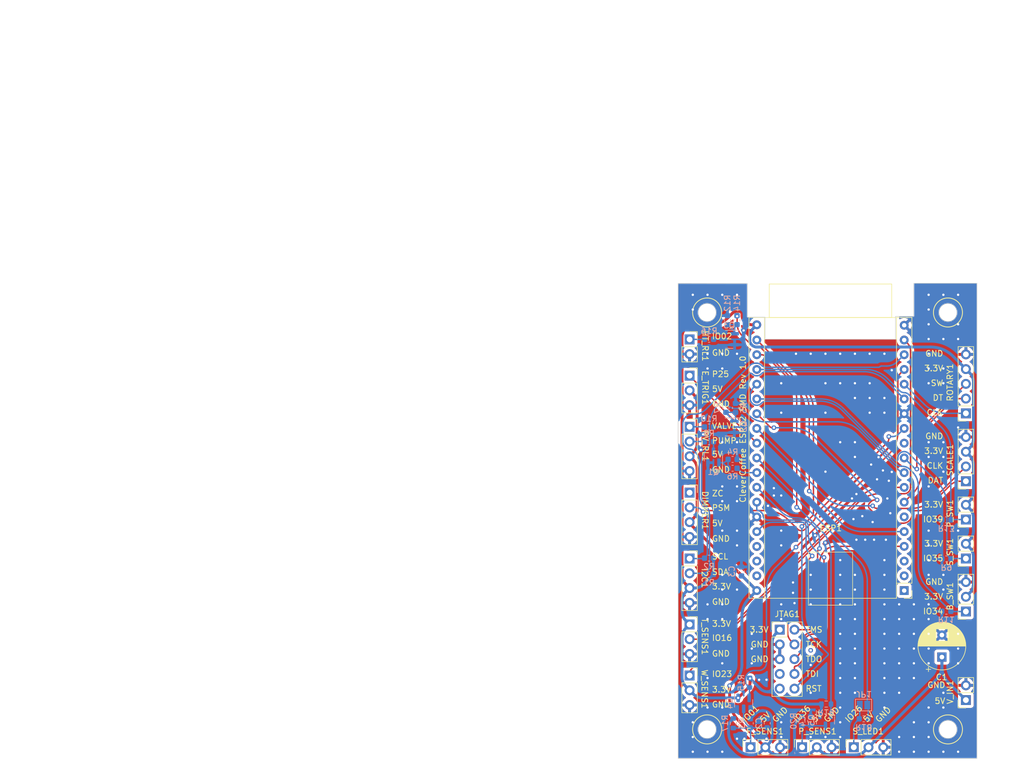
<source format=kicad_pcb>
(kicad_pcb (version 20221018) (generator pcbnew)
  (layers (0 "F.Cu" signal) (31 "B.Cu" signal) (34 "B.Paste" user) (35 "F.Paste" user) (36 "B.SilkS" user "B.Silkscreen") (37 "F.SilkS" user "F.Silkscreen") (38 "B.Mask" user) (39 "F.Mask" user) (44 "Edge.Cuts" user))
  (net 0 "")
  (net 1 "IO16")
  (net 2 "+3V3")
  (net 3 "GND")
  (net 4 "TDO")
  (net 5 "IO2")
  (net 6 "IO34")
  (net 7 "ZC")
  (net 9 "PSM")
  (net 10 "RT_DT")
  (net 11 "VALVE")
  (net 12 "SDA")
  (net 13 "RT_SW")
  (net 14 "RT_CLK")
  (net 15 "SCL")
  (net 16 "IO36")
  (net 17 "RST")
  (net 18 "IO1")
  (net 19 "IO39")
  (net 20 "IO35")
  (net 21 "IO25")
  (net 22 "IO26")
  (net 23 "SC_DAT")
  (net 24 "TMS")
  (net 25 "TDI")
  (net 26 "TCK")
  (net 27 "+5V")
  (net 30 "IO23")
  (net 31 "SC_CLK")
  (net 32 "PUMP")
  (net 33 "P_SENS")
  (net 34 "F_SENS")
  (net 39 "Net-(JP1-A)")
  (net 42 "Net-(HT_RL1-Pin_1)")
  (net 43 "Net-(PV_RL1-Pin_1)")
  (net 44 "Net-(PV_RL1-Pin_2)")
  (net 45 "Net-(Q1-G)")
  (net 46 "Net-(Q1-D)")
  (net 47 "Net-(Q2-G)")
  (net 48 "Net-(Q2-D)")
  (net 49 "Net-(Q3-G)")
  (net 50 "Net-(Q3-D)")
  (footprint "Connector_PinSocket_2.54mm:PinSocket_1x02_P2.54mm_Vertical" (layer "F.Cu") (at 118.83 58.184285)
    (fp_text reference "HT_RL1")
    (fp_text value "Conn_01x02")
  )
  (footprint "Connector_PinSocket_2.54mm:PinSocket_1x02_P2.54mm_Vertical" (layer "F.Cu") (at 166.439524 89.23 180)
    (fp_text reference "P_SW1")
    (fp_text value "Conn_01x02")
  )
  (footprint "Connector_PinSocket_2.54mm:PinSocket_1x04_P2.54mm_Vertical" (layer "F.Cu") (at 118.83 73.242855)
    (fp_text reference "PV_RL1")
    (fp_text value "Conn_01x04")
  )
  (footprint "Connector_PinSocket_2.54mm:PinSocket_1x03_P2.54mm_Vertical" (layer "F.Cu") (at 118.83 64.43857)
    (fp_text reference "E_TRIG1")
    (fp_text value "Conn_01x03")
  )
  (footprint "Connector_PinSocket_2.54mm:PinSocket_1x04_P2.54mm_Vertical" (layer "F.Cu") (at 166.439524 82.63 180)
    (fp_text reference "SCALE1")
    (fp_text value "Conn_01x04")
  )
  (footprint "Connector_PinSocket_2.54mm:PinSocket_1x03_P2.54mm_Vertical" (layer "F.Cu") (at 118.83 107.30571)
    (fp_text reference "T_SENS1")
    (fp_text value "Conn_01x03")
  )
  (footprint "Connector_PinSocket_2.54mm:PinSocket_1x05_P2.54mm_Vertical" (layer "F.Cu") (at 166.439524 70.93 180)
    (fp_text reference "ROTARY1")
    (fp_text value "Conn_01x05")
  )
  (footprint "Connector_PinSocket_2.54mm:PinSocket_1x03_P2.54mm_Vertical" (layer "F.Cu") (at 129.34 128.47 90)
    (fp_text reference "F_SENS1")
    (fp_text value "Conn_01x03")
  )
  (footprint "Connector_PinSocket_2.54mm:PinSocket_1x02_P2.54mm_Vertical" (layer "F.Cu") (at 166.439524 95.95 180)
    (fp_text reference "S_SW1")
    (fp_text value "Conn_01x02")
  )
  (footprint "Connector_PinSocket_2.54mm:PinSocket_1x03_P2.54mm_Vertical" (layer "F.Cu") (at 118.83 116.11)
    (fp_text reference "W_SENS1")
    (fp_text value "Conn_01x03")
  )
  (footprint "Connector_PinSocket_2.54mm:PinSocket_1x02_P2.54mm_Vertical" (layer "F.Cu") (at 166.439524 120.34 180)
    (fp_text reference "V_IN1")
    (fp_text value "Conn_01x02")
  )
  (footprint "Connector_PinSocket_2.54mm:PinSocket_1x03_P2.54mm_Vertical" (layer "F.Cu") (at 166.439524 105.08 180)
    (fp_text reference "B_SW1")
    (fp_text value "Conn_01x03")
  )
  (footprint "Connector_PinSocket_2.54mm:PinSocket_1x03_P2.54mm_Vertical" (layer "F.Cu") (at 147.12 128.47 90)
    (fp_text reference "S_LED1")
    (fp_text value "Conn_01x03")
  )
  (footprint "Module:NodeMCU DevKitC v4" (layer "F.Cu") (at 155.81 101.47 180)
    (fp_text reference "ESP1")
    (fp_text value "NodeMCU_DevKitC_v4")
  )
  (footprint "Connector_PinSocket_2.54mm:PinSocket_1x03_P2.54mm_Vertical" (layer "F.Cu") (at 138.22 128.47 90)
    (fp_text reference "P_SENS1")
    (fp_text value "Conn_01x03")
  )
  (footprint "Connector_PinSocket_2.54mm:PinSocket_1x04_P2.54mm_Vertical" (layer "F.Cu") (at 118.83 84.59714)
    (fp_text reference "DIMMER1")
    (fp_text value "Conn_01x04")
  )
  (footprint "Capacitor_THT:CP_Radial_D8.0mm_P3.80mm" (layer "F.Cu") (at 162.306 112.927651 90)
    (fp_text reference "C1")
    (fp_text value "220 μF")
  )
  (footprint "Connector_PinHeader_2.54mm:PinHeader_2x05_P2.54mm_Vertical" (layer "F.Cu") (at 134.361 108.209)
    (fp_text reference "JTAG1")
    (fp_text value "Conn_ARM_JTAG_SWD_10")
  )
  (footprint "Connector_PinSocket_2.54mm:PinSocket_1x04_P2.54mm_Vertical" (layer "F.Cu") (at 118.83 95.951425)
    (fp_text reference "I2C1")
    (fp_text value "Conn_01x04")
  )
  (footprint "Capacitor_SMD:C_0603_1608Metric" (layer "B.Cu") (at 125.349 54.864 90)
    (fp_text reference "R12")
    (fp_text value "47K Ω")
  )
  (footprint "Capacitor_SMD:C_0603_1608Metric" (layer "B.Cu") (at 127.762 98.171 90)
    (fp_text reference "C3")
    (fp_text value "100 nF")
  )
  (footprint "Capacitor_SMD:C_0603_1608Metric" (layer "B.Cu") (at 163.068 89.281)
    (fp_text reference "R13")
    (fp_text value "47K Ω")
  )
  (footprint "Capacitor_SMD:C_0603_1608Metric" (layer "B.Cu") (at 122.187 58.166 180)
    (fp_text reference "R16")
    (fp_text value "100 Ω")
  )
  (footprint "Capacitor_SMD:C_0603_1608Metric" (layer "B.Cu") (at 139.7 123.952 -90)
    (fp_text reference "C4")
    (fp_text value "100 nF")
  )
  (footprint "Capacitor_SMD:C_0603_1608Metric" (layer "B.Cu") (at 122.174 95.885)
    (fp_text reference "R2")
    (fp_text value "4K7 Ω")
  )
  (footprint "Capacitor_SMD:C_0603_1608Metric" (layer "B.Cu") (at 148.831 123.571)
    (fp_text reference "R18")
    (fp_text value "220 Ω")
  )
  (footprint "Capacitor_SMD:C_0603_1608Metric" (layer "B.Cu") (at 163.068 105.029)
    (fp_text reference "R11")
    (fp_text value "47K Ω")
  )
  (footprint "Resistor_SMD:R_0603_1608Metric" (layer "B.Cu") (at 126.365 124.333 -90)
    (fp_text reference "R17")
    (fp_text value "10k Ω")
  )
  (footprint "Capacitor_SMD:C_0603_1608Metric" (layer "B.Cu") (at 125.095 69.977 -90)
    (fp_text reference "R7")
    (fp_text value "470 Ω")
  )
  (footprint "Capacitor_SMD:C_0603_1608Metric" (layer "B.Cu") (at 126.238 80.391 180)
    (fp_text reference "R6")
    (fp_text value "470 Ω")
  )
  (footprint "Package_TO_SOT_SMD:SOT-23" (layer "B.Cu") (at 125.6515 58.166 180)
    (fp_text reference "Q3")
    (fp_text value "2N7002")
  )
  (footprint "Capacitor_SMD:C_0603_1608Metric" (layer "B.Cu") (at 126.238 78.867)
    (fp_text reference "R4")
    (fp_text value "47K Ω")
  )
  (footprint "Jumper:SolderJumper-2_P1.3mm_Open_Pad1.0x1.5mm" (layer "B.Cu") (at 148.8 121.194)
    (fp_text reference "JP1")
    (fp_text value "SolderJumper_2_Open")
  )
  (footprint "Capacitor_SMD:C_0603_1608Metric" (layer "B.Cu") (at 163.081 96.012)
    (fp_text reference "R9")
    (fp_text value "47K Ω")
  )
  (footprint "Capacitor_SMD:C_0603_1608Metric" (layer "B.Cu") (at 122.174 73.279 180)
    (fp_text reference "R10")
    (fp_text value "100 Ω")
  )
  (footprint "Capacitor_SMD:C_0603_1608Metric" (layer "B.Cu") (at 129.286 124.346 -90)
    (fp_text reference "R3")
    (fp_text value "4K7 Ω")
  )
  (footprint "Package_TO_SOT_SMD:SOT-23" (layer "B.Cu") (at 142.24 123.825 -90)
    (fp_text reference "Q5")
    (fp_text value "2N7002")
  )
  (footprint "Resistor_SMD:R_0603_1608Metric" (layer "B.Cu") (at 138.176 123.952 -90)
    (fp_text reference "R20")
    (fp_text value "10k Ω")
  )
  (footprint "Resistor_SMD:R_0603_1608Metric" (layer "B.Cu") (at 142.367 121.031)
    (fp_text reference "R19")
    (fp_text value "10k Ω")
  )
  (footprint "Capacitor_SMD:C_0603_1608Metric" (layer "B.Cu") (at 127 54.864 -90)
    (fp_text reference "R14")
    (fp_text value "470 Ω")
  )
  (footprint "Resistor_SMD:R_0603_1608Metric" (layer "B.Cu") (at 129.159 117.348 -90)
    (fp_text reference "R15")
    (fp_text value "10k Ω")
  )
  (footprint "Package_TO_SOT_SMD:SOT-23" (layer "B.Cu") (at 125.603 73.279 180)
    (fp_text reference "Q2")
    (fp_text value "2N7002")
  )
  (footprint "Capacitor_SMD:C_0603_1608Metric" (layer "B.Cu") (at 132.207 124.333 -90)
    (fp_text reference "C2")
    (fp_text value "100 nF")
  )
  (footprint "Package_TO_SOT_SMD:SOT-23" (layer "B.Cu") (at 122.936 78.486 90)
    (fp_text reference "Q1")
    (fp_text value "2N7002")
  )
  (footprint "Package_TO_SOT_SMD:SOT-23" (layer "B.Cu") (at 128.143 120.904 -90)
    (fp_text reference "Q4")
    (fp_text value "2N7002")
  )
  (footprint "Capacitor_SMD:C_0603_1608Metric" (layer "B.Cu") (at 122.174 75.819 180)
    (fp_text reference "R8")
    (fp_text value "100 Ω")
  )
  (footprint "Capacitor_SMD:C_0603_1608Metric" (layer "B.Cu") (at 126.746 69.99 90)
    (fp_text reference "R5")
    (fp_text value "47K Ω")
  )
  (footprint "Capacitor_SMD:C_0603_1608Metric" (layer "B.Cu") (at 122.174 98.679)
    (fp_text reference "R1")
    (fp_text value "4K7 Ω")
  )
  (gr_circle (center 163.35 125.39) (end 163.35 122.89) (stroke (width 0.15)) (fill none) (layer "F.SilkS"))
  (gr_circle (center 163.35 53.55) (end 163.35 51.05) (stroke (width 0.15)) (fill none) (layer "F.SilkS"))
  (gr_circle (center 121.85 53.55) (end 121.85 51.05) (stroke (width 0.15)) (fill none) (layer "F.SilkS"))
  (gr_circle (center 121.85 125.39) (end 121.85 122.89) (stroke (width 0.15)) (fill none) (layer "F.SilkS"))
  (gr_poly (pts (xy 116.85 48.55) (xy 128.778 48.559791) (xy 128.778 54.356) (xy 131.826 54.356) (xy 131.826 58.155281) (xy 154.305 58.174664) (xy 154.305 54.229) (xy 157.48 54.229) (xy 157.48 48.514) (xy 168.35 48.514) (xy 168.35 130.39) (xy 116.85 130.39)) (stroke (width 0.1)) (fill none) (layer "Edge.Cuts"))
  (gr_circle (center 163.35 53.55) (end 164.9 53.55) (stroke (width 0.1)) (fill none) (layer "Edge.Cuts"))
  (gr_circle (center 121.85 53.55) (end 123.4 53.55) (stroke (width 0.1)) (fill none) (layer "Edge.Cuts"))
  (gr_circle (center 121.85 125.39) (end 123.4 125.39) (stroke (width 0.1)) (fill none) (layer "Edge.Cuts"))
  (gr_circle (center 163.35 125.39) (end 164.9 125.39) (stroke (width 0.1)) (fill none) (layer "Edge.Cuts"))
  (gr_text "RST" (at 140.208 118.369) (layer "F.SilkS") (effects (font (size 1 1))))
  (gr_text "GND" (at 143.3 122.85 45) (layer "F.SilkS") (effects (font (size 1 1))))
  (gr_text "GND" (at 124.23 69.31) (layer "F.SilkS") (effects (font (size 1 1))))
  (gr_text "PUMP" (at 124.801429 75.65) (layer "F.SilkS") (effects (font (size 1 1))))
  (gr_text "3.3V\n" (at 160.89 102.5) (layer "F.SilkS") (effects (font (size 1 1))))
  (gr_text "5V" (at 140.76 123.287732 45) (layer "F.SilkS") (effects (font (size 1 1))))
  (gr_text "P25" (at 124.158572 64.17) (layer "F.SilkS") (effects (font (size 1 1))))
  (gr_text "3.3V\n" (at 160.89 93.37) (layer "F.SilkS") (effects (font (size 1 1))))
  (gr_text "3.3V" (at 160.89 77.41) (layer "F.SilkS") (effects (font (size 1 1))))
  (gr_text "GND" (at 160.985238 74.87) (layer "F.SilkS") (effects (font (size 1 1))))
  (gr_text "GND" (at 160.985238 60.63) (layer "F.SilkS") (effects (font (size 1 1))))
  (gr_text "5V" (at 123.610953 89.87) (layer "F.SilkS") (effects (font (size 1 1))))
  (gr_text "IO01\n" (at 129.34 122.715313 45) (layer "F.SilkS") (effects (font (size 1 1))))
  (gr_text "3.3V\n" (at 124.325238 107.19) (layer "F.SilkS") (effects (font (size 1 1))))
  (gr_text "GND" (at 161.35 117.75) (layer "F.SilkS") (effects (font (size 1 1))))
  (gr_text "ZC" (at 123.682381 84.73) (layer "F.SilkS") (effects (font (size 1 1))))
  (gr_text "CleverCoffee ESP32 SMD Rev 1.0\n" (at 128.016 73.66 90) (layer "F.SilkS") (effects (font (size 1 1))))
  (gr_text "IO26\n" (at 147.12 122.715313 45) (layer "F.SilkS") (effects (font (size 1 1))))
  (gr_text "3.3V\n" (at 160.89 63.17) (layer "F.SilkS") (effects (font (size 1 1))))
  (gr_text "SW" (at 161.461429 65.71) (layer "F.SilkS") (effects (font (size 1 1))))
  (gr_text "CLK" (at 161.104286 70.79) (layer "F.SilkS") (effects (font (size 1 1))))
  (gr_text "3.3V\n" (at 160.89 86.65) (layer "F.SilkS") (effects (font (size 1 1))))
  (gr_text "GND" (at 124.23 80.64) (layer "F.SilkS") (effects (font (size 1 1))))
  (gr_text "3.3V\n" (at 124.325238 118.52) (layer "F.SilkS") (effects (font (size 1 1))))
  (gr_text "TCK" (at 140.231809 110.749) (layer "F.SilkS") (effects (font (size 1 1))))
  (gr_text "IO16\n" (at 124.420476 109.63) (layer "F.SilkS") (effects (font (size 1 1))))
  (gr_text "5V" (at 149.66 123.287732 45) (layer "F.SilkS") (effects (font (size 1 1))))
  (gr_text "SCL\n" (at 124.087143 95.6) (layer "F.SilkS") (effects (font (size 1 1))))
  (gr_text "DT" (at 161.628095 68.25) (layer "F.SilkS") (effects (font (size 1 1))))
  (gr_text "GND" (at 152.2 122.85 45) (layer "F.SilkS") (effects (font (size 1 1))))
  (gr_text "GND" (at 124.23 103.4) (layer "F.SilkS") (effects (font (size 1 1))))
  (gr_text "CLK" (at 161.104286 79.95) (layer "F.SilkS") (effects (font (size 1 1))))
  (gr_text "IO34\n" (at 160.794762 105.04) (layer "F.SilkS") (effects (font (size 1 1))))
  (gr_text "GND" (at 124.23 121.1) (layer "F.SilkS") (effects (font (size 1 1))))
  (gr_text "5V\n" (at 123.610953 66.74) (layer "F.SilkS") (effects (font (size 1 1))))
  (gr_text "3.3V" (at 124.325238 100.77) (layer "F.SilkS") (effects (font (size 1 1))))
  (gr_text "GND" (at 160.985238 99.96) (layer "F.SilkS") (effects (font (size 1 1))))
  (gr_text "TDI" (at 139.969904 115.829) (layer "F.SilkS") (effects (font (size 1 1))))
  (gr_text "SDA" (at 124.110953 98.26) (layer "F.SilkS") (effects (font (size 1 1))))
  (gr_text "VALVE" (at 124.849048 73.1) (layer "F.SilkS") (effects (font (size 1 1))))
  (gr_text "IO02" (at 124.420476 57.65) (layer "F.SilkS") (effects (font (size 1 1))))
  (gr_text "GND" (at 124.23 92.53) (layer "F.SilkS") (effects (font (size 1 1))))
  (gr_text "IO35\n" (at 160.794762 95.91) (layer "F.SilkS") (effects (font (size 1 1))))
  (gr_text "DAT" (at 161.199524 82.49) (layer "F.SilkS") (effects (font (size 1 1))))
  (gr_text "GND" (at 134.42 122.85 45) (layer "F.SilkS") (effects (font (size 1 1))))
  (gr_text "GND" (at 124.23 112.33) (layer "F.SilkS") (effects (font (size 1 1))))
  (gr_text "GND" (at 124.23 60.49) (layer "F.SilkS") (effects (font (size 1 1))))
  (gr_text "PSM" (at 124.25381 87.21) (layer "F.SilkS") (effects (font (size 1 1))))
  (gr_text "5V" (at 131.88 123.287732 45) (layer "F.SilkS") (effects (font (size 1 1))))
  (gr_text "TDO" (at 140.255619 113.289) (layer "F.SilkS") (effects (font (size 1 1))))
  (gr_text "TMS" (at 140.279428 108.204) (layer "F.SilkS") (effects (font (size 1 1))))
  (gr_text "IO23\n\n" (at 124.420476 116.65) (layer "F.SilkS") (effects (font (size 1 1))))
  (gr_text "IO39\n" (at 160.794762 89.19) (layer "F.SilkS") (effects (font (size 1 1))))
  (gr_text "5V" (at 123.610953 77.99) (layer "F.SilkS") (effects (font (size 1 1))))
  (gr_text "GND" (at 130.905238 113.284) (layer "F.SilkS") (effects (font (size 1 1))))
  (gr_text "3.3V\n" (at 130.81 108.204) (layer "F.SilkS") (effects (font (size 1 1))))
  (gr_text "GND" (at 130.905238 110.744) (layer "F.SilkS") (effects (font (size 1 1))))
  (gr_text "5V" (at 161.969047 120.5) (layer "F.SilkS") (effects (font (size 1 1))))
  (gr_text "IO36\n" (at 138.22 122.715313 45) (layer "F.SilkS") (effects (font (size 1 1))))
  (via (at 139.7 111.76) (size 0.8) (drill 0.4) (layers "F.Cu" "B.Cu") (net 0))
  (segment (start 152.193647 83.69) (end 155.81 83.69) (width 0.25) (layer "F.Cu") (net 1))
  (segment (start 121.53001 109.84571) (end 118.83 109.84571) (width 0.25) (layer "F.Cu") (net 1))
  (segment (start 125.377766 108.251917) (end 148.345891 85.283792) (width 0.25) (layer "F.Cu") (net 1))
  (arc (start 125.377766 108.251917) (mid 123.6124 109.431496) (end 121.53001 109.84571) (width 0.25) (layer "F.Cu") (net 1))
  (arc (start 152.193647 83.69) (mid 150.111256 84.104213) (end 148.345891 85.283792) (width 0.25) (layer "F.Cu") (net 1))
  (segment (start 117.53 98.812186) (end 117.53 57.774026) (width 0.5) (layer "F.Cu") (net 2))
  (segment (start 127.351759 53.34) (end 127.056459 53.34) (width 0.5) (layer "F.Cu") (net 2))
  (segment (start 127.868982 54.137) (end 127.868982 53.857222) (width 0.5) (layer "F.Cu") (net 2))
  (segment (start 119.678026 55.626) (end 122.644471 55.626) (width 0.5) (layer "F.Cu") (net 2))
  (segment (start 118.18 100.381425) (end 118.83 101.031425) (width 0.5) (layer "F.Cu") (net 2))
  (segment (start 129.254 116.618) (end 129.254 117.26175) (width 0.5) (layer "F.Cu") (net 2))
  (segment (start 128.218305 54.980341) (end 128.388473 55.150509) (width 0.5) (layer "F.Cu") (net 2))
  (segment (start 125.403917 54.482999) (end 126.186618 53.700299) (width 0.5) (layer "F.Cu") (net 2))
  (segment (start 129.642635 55.67) (end 130.41 55.67) (width 0.5) (layer "F.Cu") (net 2))
  (segment (start 127.193 119.9665) (end 128.7988 118.360699) (width 0.5) (layer "F.Cu") (net 2))
  (via (at 127.193 119.9665) (size 0.8) (drill 0.4) (layers "F.Cu" "B.Cu") (net 2))
  (via (at 129.254 116.618) (size 0.8) (drill 0.4) (layers "F.Cu" "B.Cu") (net 2))
  (arc (start 119.678026 55.626) (mid 118.856012 55.789508) (end 118.159142 56.255142) (width 0.5) (layer "F.Cu") (net 2))
  (arc (start 127.717491 53.491491) (mid 127.82961 53.659289) (end 127.868982 53.857222) (width 0.5) (layer "F.Cu") (net 2))
  (arc (start 125.403917 54.482999) (mid 124.137872 55.328943) (end 122.644471 55.626) (width 0.5) (layer "F.Cu") (net 2))
  (arc (start 117.53 98.812186) (mid 117.698929 99.661452) (end 118.18 100.381425) (width 0.5) (layer "F.Cu") (net 2))
  (arc (start 129.254 117.26175) (mid 129.135697 117.856497) (end 128.7988 118.360699) (width 0.5) (layer "F.Cu") (net 2))
  (arc (start 127.056459 53.34) (mid 126.585704 53.433638) (end 126.186618 53.700299) (width 0.5) (layer "F.Cu") (net 2))
  (arc (start 118.159142 56.255142) (mid 117.693508 56.952012) (end 117.53 57.774026) (width 0.5) (layer "F.Cu") (net 2))
  (arc (start 127.717491 53.491491) (mid 127.549691 53.379371) (end 127.351759 53.34) (width 0.5) (layer "F.Cu") (net 2))
  (arc (start 128.388473 55.150509) (mid 128.963887 55.534988) (end 129.642635 55.67) (width 0.5) (layer "F.Cu") (net 2))
  (arc (start 127.868982 54.137) (mid 127.959768 54.593412) (end 128.218305 54.980341) (width 0.5) (layer "F.Cu") (net 2))
  (segment (start 131.006952 118.370952) (end 129.2065 116.5705) (width 0.5) (layer "B.Cu") (net 2))
  (segment (start 118.18 118) (end 118.83 118.65) (width 0.5) (layer "B.Cu") (net 2))
  (segment (start 167.739524 95.629238) (end 167.739524 100.320761) (width 0.5) (layer "B.Cu") (net 2))
  (segment (start 134.122761 119.969239) (end 133.597525 119.444003) (width 0.5) (layer "B.Cu") (net 2))
  (segment (start 118.18 101.681425) (end 118.83 101.031425) (width 0.5) (layer "B.Cu") (net 2))
  (segment (start 167.739524 91.190761) (end 167.739524 88.909238) (width 0.5) (layer "B.Cu") (net 2))
  (segment (start 129.198 58.29) (end 129.198 57.739013) (width 0.5) (layer "B.Cu") (net 2))
  (segment (start 130.409999 59.502) (end 160.37756 59.502) (width 0.5) (layer "B.Cu") (net 2))
  (segment (start 167.089524 101.89) (end 166.439524 102.54) (width 0.5) (layer "B.Cu") (net 2))
  (segment (start 141.542 122.457309) (end 141.542 121.031) (width 0.5) (layer "B.Cu") (net 2))
  (segment (start 119.48825 119.30825) (end 118.83 118.65) (width 0.5) (layer "B.Cu") (net 2))
  (segment (start 167.089524 92.76) (end 166.439524 93.41) (width 0.5) (layer "B.Cu") (net 2))
  (segment (start 167.739524 79.769238) (end 167.739524 84.470761) (width 0.5) (layer "B.Cu") (net 2))
  (segment (start 117.53 103.250663) (end 117.53 105.086471) (width 0.5) (layer "B.Cu") (net 2))
  (segment (start 129.804 56.276) (end 130.41 55.67) (width 0.5) (layer "B.Cu") (net 2))
  (segment (start 141.416 122.7615) (end 141.29 122.8875) (width 0.5) (layer "B.Cu") (net 2))
  (segment (start 141.542 121.031) (end 136.686078 121.031) (width 0.5) (layer "B.Cu") (net 2))
  (segment (start 167.089524 94.06) (end 166.439524 93.41) (width 0.5) (layer "B.Cu") (net 2))
  (segment (start 117.53 109.524948) (end 117.53 116.430761) (width 0.5) (layer "B.Cu") (net 2))
  (segment (start 129.254 116.618) (end 129.2065 116.5705) (width 0.5) (layer "B.Cu") (net 2))
  (segment (start 167.089524 63.96) (end 166.439524 63.31) (width 0.5) (layer "B.Cu") (net 2))
  (segment (start 133.711 108.859) (end 134.361 108.209) (width 0.5) (layer "B.Cu") (net 2))
  (segment (start 167.739524 65.529238) (end 167.739524 75.330761) (width 0.5) (layer "B.Cu") (net 2))
  (segment (start 122.949 98.679) (end 122.949 95.885) (width 0.5) (layer "B.Cu") (net 2))
  (segment (start 133.061 118.148717) (end 133.061 110.428238) (width 0.5) (layer "B.Cu") (net 2))
  (segment (start 166.439524 63.31) (end 164.225316 61.095792) (width 0.5) (layer "B.Cu") (net 2))
  (segment (start 122.949 98.679) (end 121.221153 100.406846) (width 0.5) (layer "B.Cu") (net 2))
  (segment (start 127.193 119.9665) (end 121.077406 119.9665) (width 0.5) (layer "B.Cu") (net 2))
  (segment (start 118.83 101.031425) (end 119.713287 101.031425) (width 0.5) (layer "B.Cu") (net 2))
  (arc (start 167.089524 94.06) (mid 167.570594 94.779972) (end 167.739524 95.629238) (width 0.5) (layer "B.Cu") (net 2))
  (arc (start 133.711 108.859) (mid 133.229929 109.578972) (end 133.061 110.428238) (width 0.5) (layer "B.Cu") (net 2))
  (arc (start 121.221153 100.406846) (mid 120.529338 100.869102) (end 119.713287 101.031425) (width 0.5) (layer "B.Cu") (net 2))
  (arc (start 132.302239 118.907478) (mid 132.838764 118.685242) (end 133.061 118.148717) (width 0.5) (layer "B.Cu") (net 2))
  (arc (start 133.061 118.148717) (mid 133.200438 118.84972) (end 133.597525 119.444003) (width 0.5) (layer "B.Cu") (net 2))
  (arc (start 129.2065 116.5705) (mid 129.2065 116.5705) (end 129.2065 116.5705) (width 0.5) (layer "B.Cu") (net 2))
  (arc (start 141.542 122.457309) (mid 141.509253 122.621936) (end 141.416 122.7615) (width 0.5) (layer "B.Cu") (net 2))
  (arc (start 164.225316 61.095792) (mid 162.45995 59.916213) (end 160.37756 59.502) (width 0.5) (layer "B.Cu") (net 2))
  (arc (start 167.739524 84.470761) (mid 167.570594 85.320027) (end 167.089524 86.04) (width 0.5) (layer "B.Cu") (net 2))
  (arc (start 133.597525 119.444003) (mid 133.003242 119.046916) (end 132.302239 118.907478) (width 0.5) (layer "B.Cu") (net 2))
  (arc (start 118.18 101.681425) (mid 117.698929 102.401397) (end 117.53 103.250663) (width 0.5) (layer "B.Cu") (net 2))
  (arc (start 129.198 58.29) (mid 129.290257 58.753812) (end 129.552986 59.147013) (width 0.5) (layer "B.Cu") (net 2))
  (arc (start 167.089524 63.96) (mid 167.570594 64.679972) (end 167.739524 65.529238) (width 0.5) (layer "B.Cu") (net 2))
  (arc (start 167.089524 78.2) (mid 167.570594 78.919972) (end 167.739524 79.769238) (width 0.5) (layer "B.Cu") (net 2))
  (arc (start 129.552986 59.147013) (mid 129.946187 59.409741) (end 130.409999 59.502) (width 0.5) (layer "B.Cu") (net 2))
  (arc (start 167.739524 100.320761) (mid 167.570594 101.170027) (end 167.089524 101.89) (width 0.5) (layer "B.Cu") (net 2))
  (arc (start 167.089524 86.04) (mid 166.820285 86.69) (end 167.089524 87.34) (width 0.5) (layer "B.Cu") (net 2))
  (arc (start 131.006952 118.370952) (mid 131.601234 118.768039) (end 132.302239 118.907478) (width 0.5) (layer "B.Cu") (net 2))
  (arc (start 117.53 105.086471) (mid 117.698929 105.935737) (end 118.18 106.65571) (width 0.5) (layer "B.Cu") (net 2))
  (arc (start 129.804 56.276) (mid 129.355494 56.947236) (end 129.198 57.739013) (width 0.5) (layer "B.Cu") (net 2))
  (arc (start 119.48825 119.30825) (mid 120.21736 119.795426) (end 121.077406 119.9665) (width 0.5) (layer "B.Cu") (net 2))
  (arc (start 167.089524 87.34) (mid 167.570594 88.059972) (end 167.739524 88.909238) (width 0.5) (layer "B.Cu") (net 2))
  (arc (start 118.18 107.95571) (mid 117.698929 108.675682) (end 117.53 109.524948) (width 0.5) (layer "B.Cu") (net 2))
  (arc (start 167.739524 91.190761) (mid 167.570594 92.040027) (end 167.089524 92.76) (width 0.5) (layer "B.Cu") (net 2))
  (arc (start 118.18 106.65571) (mid 118.449238 107.30571) (end 118.18 107.95571) (width 0.5) (layer "B.Cu") (net 2))
  (arc (start 134.122761 119.969239) (mid 135.29882 120.755057) (end 136.686078 121.031) (width 0.5) (layer "B.Cu") (net 2))
  (arc (start 167.739524 75.330761) (mid 167.570594 76.180027) (end 167.089524 76.9) (width 0.5) (layer "B.Cu") (net 2))
  (arc (start 167.089524 76.9) (mid 166.820285 77.55) (end 167.089524 78.2) (width 0.5) (layer "B.Cu") (net 2))
  (arc (start 117.53 116.430761) (mid 117.698929 117.280027) (end 118.18 118) (width 0.5) (layer "B.Cu") (net 2))
  (via (at 119.38 50.503138) (size 0.8) (drill 0.4) (layers "F.Cu" "B.Cu") (net 3))
  (via (at 157.48 108.923138) (size 0.8) (drill 0.4) (layers "F.Cu" "B.Cu") (net 3))
  (via (at 127 50.503138) (size 0.8) (drill 0.4) (layers "F.Cu" "B.Cu") (net 3))
  (via (at 139.7 126.703138) (size 0.8) (drill 0.4) (layers "F.Cu" "B.Cu") (net 3))
  (via (at 165.1 114.003138) (size 0.8) (drill 0.4) (layers "F.Cu" "B.Cu") (net 3))
  (via (at 157.48 114.003138) (size 0.8) (drill 0.4) (layers "F.Cu" "B.Cu") (net 3))
  (via (at 154.94 126.703138) (size 0.8) (drill 0.4) (layers "F.Cu" "B.Cu") (net 3))
  (via (at 144.78 98.763138) (size 0.8) (drill 0.4) (layers "F.Cu" "B.Cu") (net 3))
  (via (at 147.32 60.663138) (size 0.8) (drill 0.4) (layers "F.Cu" "B.Cu") (net 3))
  (via (at 157.48 124.163138) (size 0.8) (drill 0.4) (layers "F.Cu" "B.Cu") (net 3))
  (via (at 157.48 126.703138) (size 0.8) (drill 0.4) (layers "F.Cu" "B.Cu") (net 3))
  (via (at 121.92 60.663138) (size 0.8) (drill 0.4) (layers "F.Cu" "B.Cu") (net 3))
  (via (at 121.285 71.755) (size 0.8) (drill 0.4) (layers "F.Cu" "B.Cu") (net 3))
  (via (at 139.7 119.083138) (size 0.8) (drill 0.4) (layers "F.Cu" "B.Cu") (net 3))
  (via (at 152.908 85.598) (size 0.8) (drill 0.4) (layers "F.Cu" "B.Cu") (net 3))
  (via (at 154.94 114.003138) (size 0.8) (drill 0.4) (layers "F.Cu" "B.Cu") (net 3))
  (via (at 152.4 70.823138) (size 0.8) (drill 0.4) (layers "F.Cu" "B.Cu") (net 3))
  (via (at 160.02 75.903138) (size 0.8) (drill 0.4) (layers "F.Cu" "B.Cu") (net 3))
  (via (at 144.78 114.003138) (size 0.8) (drill 0.4) (layers "F.Cu" "B.Cu") (net 3))
  (via (at 129.54 111.463138) (size 0.8) (drill 0.4) (layers "F.Cu" "B.Cu") (net 3))
  (via (at 144.78 101.303138) (size 0.8) (drill 0.4) (layers "F.Cu" "B.Cu") (net 3))
  (via (at 157.48 116.543138) (size 0.8) (drill 0.4) (layers "F.Cu" "B.Cu") (net 3))
  (via (at 152.4 98.763138) (size 0.8) (drill 0.4) (layers "F.Cu" "B.Cu") (net 3))
  (via (at 160.02 55.583138) (size 0.8) (drill 0.4) (layers "F.Cu" "B.Cu") (net 3))
  (via (at 142.24 126.703138) (size 0.8) (drill 0.4) (layers "F.Cu" "B.Cu") (net 3))
  (via (at 147.32 108.923138) (size 0.8) (drill 0.4) (layers "F.Cu" "B.Cu") (net 3))
  (via (at 152.654 92.71) (size 0.8) (drill 0.4) (layers "F.Cu" "B.Cu") (net 3))
  (via (at 119.38 129.243138) (size 0.8) (drill 0.4) (layers "F.Cu" "B.Cu") (net 3))
  (via (at 132.334 86.868) (size 0.8) (drill 0.4) (layers "F.Cu" "B.Cu") (net 3))
  (via (at 151.13 82.296) (size 0.8) (drill 0.4) (layers "F.Cu" "B.Cu") (net 3))
  (via (at 127 101.303138) (size 0.8) (drill 0.4) (layers "F.Cu" "B.Cu") (net 3))
  (via (at 144.78 124.163138) (size 0.8) (drill 0.4) (layers "F.Cu" "B.Cu") (net 3))
  (via (at 121.92 106.383138) (size 0.8) (drill 0.4) (layers "F.Cu" "B.Cu") (net 3))
  (via (at 144.78 60.663138) (size 0.8) (drill 0.4) (layers "F.Cu" "B.Cu") (net 3))
  (via (at 147.32 78.443138) (size 0.8) (drill 0.4) (layers "F.Cu" "B.Cu") (net 3))
  (via (at 152.4 106.383138) (size 0.8) (drill 0.4) (layers "F.Cu" "B.Cu") (net 3))
  (via (at 160.02 65.743138) (size 0.8) (drill 0.4) (layers "F.Cu" "B.Cu") (net 3))
  (via (at 147.32 111.463138) (size 0.8) (drill 0.4) (layers "F.Cu" "B.Cu") (net 3))
  (via (at 153.162 82.55) (size 0.8) (drill 0.4) (layers "F.Cu" "B.Cu") (net 3))
  (via (at 152.4 60.663138) (size 0.8) (drill 0.4) (layers "F.Cu" "B.Cu") (net 3))
  (via (at 127 93.683138) (size 0.8) (drill 0.4) (layers "F.Cu" "B.Cu") (net 3))
  (via (at 165.1 129.243138) (size 0.8) (drill 0.4) (layers "F.Cu" "B.Cu") (net 3))
  (via (at 134.62 93.683138) (size 0.8) (drill 0.4) (layers "F.Cu" "B.Cu") (net 3))
  (via (at 144.78 106.383138) (size 0.8) (drill 0.4) (layers "F.Cu" "B.Cu") (net 3))
  (via (at 119.38 124.163138) (size 0.8) (drill 0.4) (layers "F.Cu" "B.Cu") (net 3))
  (via (at 134.62 85.09) (size 0.8) (drill 0.4) (layers "F.Cu" "B.Cu") (net 3))
  (via (at 127 127) (size 0.8) (drill 0.4) (layers "F.Cu" "B.Cu") (net 3))
  (via (at 142.24 93.218) (size 0.8) (drill 0.4) (layers "F.Cu" "B.Cu") (net 3))
  (via (at 133.35 85.09) (size 0.8) (drill 0.4) (layers "F.Cu" "B.Cu") (net 3))
  (via (at 165.1 91.143138) (size 0.8) (drill 0.4) (layers "F.Cu" "B.Cu") (net 3))
  (via (at 152.4 96.223138) (size 0.8) (drill 0.4) (layers "F.Cu" "B.Cu") (net 3))
  (via (at 124.46 86.063138) (size 0.8) (drill 0.4) (layers "F.Cu" "B.Cu") (net 3))
  (via (at 147.32 68.283138) (size 0.8) (drill 0.4) (layers "F.Cu" "B.Cu") (net 3))
  (via (at 160.02 63.203138) (size 0.8) (drill 0.4) (layers "F.Cu" "B.Cu") (net 3))
  (via (at 160.02 106.383138) (size 0.8) (drill 0.4) (layers "F.Cu" "B.Cu") (net 3))
  (via (at 127 60.663138) (size 0.8) (drill 0.4) (layers "F.Cu" "B.Cu") (net 3))
  (via (at 162.56 78.443138) (size 0.8) (drill 0.4) (layers "F.Cu" "B.Cu") (net 3))
  (via (at 124.46 63.203138) (size 0.8) (drill 0.4) (layers "F.Cu" "B.Cu") (net 3))
  (via (at 134.62 103.843138) (size 0.8) (drill 0.4) (layers "F.Cu" "B.Cu") (net 3))
  (via (at 142.24 65.743138) (size 0.8) (drill 0.4) (layers "F.Cu" "B.Cu") (net 3))
  (via (at 134.62 126.703138) (size 0.8) (drill 0.4) (layers "F.Cu" "B.Cu") (net 3))
  (via (at 162.56 75.903138) (size 0.8) (drill 0.4) (layers "F.Cu" "B.Cu") (net 3))
  (via (at 162.56 98.763138) (size 0.8) (drill 0.4) (layers "F.Cu" "B.Cu") (net 3))
  (via (at 121.92 129.243138) (size 0.8) (drill 0.4) (layers "F.Cu" "B.Cu") (net 3))
  (via (at 124.46 114.003138) (size 0.8) (drill 0.4) (layers "F.Cu" "B.Cu") (net 3))
  (via (at 157.48 103.843138) (size 0.8) (drill 0.4) (layers "F.Cu" "B.Cu") (net 3))
  (via (at 160.02 78.443138) (size 0.8) (drill 0.4) (layers "F.Cu" "B.Cu") (net 3))
  (via (at 152.4 68.283138) (size 0.8) (drill 0.4) (layers "F.Cu" "B.Cu") (net 3))
  (via (at 142.24 80.983138) (size 0.8) (drill 0.4) (layers "F.Cu" "B.Cu") (net 3))
  (via (at 154.94 119.083138) (size 0.8) (drill 0.4) (layers "F.Cu" "B.Cu") (net 3))
  (via (at 130.81 116.84) (size 0.8) (drill 0.4) (layers "F.Cu" "B.Cu") (net 3))
  (via (at 160.02 58.123138) (size 0.8) (drill 0.4) (layers "F.Cu" "B.Cu") (net 3))
  (via (at 160.02 93.683138) (size 0.8) (drill 0.4) (layers "F.Cu" "B.Cu") (net 3))
  (via (at 160.02 60.663138) (size 0.8) (drill 0.4) (layers "F.Cu" "B.Cu") (net 3))
  (via (at 162.56 119.083138) (size 0.8) (drill 0.4) (layers "F.Cu" "B.Cu") (net 3))
  (via (at 148.59 88.646) (size 0.8) (drill 0.4) (layers "F.Cu" "B.Cu") (net 3))
  (via (at 160.02 91.143138) (size 0.8) (drill 0.4) (layers "F.Cu" "B.Cu") (net 3))
  (via (at 121.158 74.549) (size 0.8) (drill 0.4) (layers "F.Cu" "B.Cu") (net 3))
  (via (at 162.56 80.983138) (size 0.8) (drill 0.4) (layers "F.Cu" "B.Cu") (net 3))
  (via (at 147.32 119.083138) (size 0.8) (drill 0.4) (layers "F.Cu" "B.Cu") (net 3))
  (via (at 160.02 111.463138) (size 0.8) (drill 0.4) (layers "F.Cu" "B.Cu") (net 3))
  (via (at 144.78 119.083138) (size 0.8) (drill 0.4) (layers "F.Cu" "B.Cu") (net 3))
  (via (at 147.066 89.154) (size 0.8) (drill 0.4) (layers "F.Cu" "B.Cu") (net 3))
  (via (at 160.02 121.623138) (size 0.8) (drill 0.4) (layers "F.Cu" "B.Cu") (net 3))
  (via (at 134.62 106.383138) (size 0.8) (drill 0.4) (layers "F.Cu" "B.Cu") (net 3))
  (via (at 124.46 103.843138) (size 0.8) (drill 0.4) (layers "F.Cu" "B.Cu") (net 3))
  (via (at 132.08 116.84) (size 0.8) (drill 0.4) (layers "F.Cu" "B.Cu") (net 3))
  (via (at 162.56 50.503138) (size 0.8) (drill 0.4) (layers "F.Cu" "B.Cu") (net 3))
  (via (at 144.78 65.743138) (size 0.8) (drill 0.4) (layers "F.Cu" "B.Cu") (net 3))
  (via (at 150.368 89.662) (size 0.8) (drill 0.4) (layers "F.Cu" "B.Cu") (net 3))
  (via (at 162.56 65.743138) (size 0.8) (drill 0.4) (layers "F.Cu" "B.Cu") (net 3))
  (via (at 162.56 101.303138) (size 0.8) (drill 0.4) (layers "F.Cu" "B.Cu") (net 3))
  (via (at 144.78 121.623138) (size 0.8) (drill 0.4) (layers "F.Cu" "B.Cu") (net 3))
  (via (at 153.67 81.026) (size 0.8) (drill 0.4) (layers "F.Cu" "B.Cu") (net 3))
  (via (at 160.02 108.923138) (size 0.8) (drill 0.4) (layers "F.Cu" "B.Cu") (net 3))
  (via (at 127 91.143138) (size 0.8) (drill 0.4) (layers "F.Cu" "B.Cu") (net 3))
  (via (at 121.92 116.543138) (size 0.8) (drill 0.4) (layers "F.Cu" "B.Cu") (net 3))
  (via (at 146.812 85.598) (size 0.8) (drill 0.4) (layers "F.Cu" "B.Cu") (net 3))
  (via (at 160.02 83.523138) (size 0.8) (drill 0.4) (layers "F.Cu" "B.Cu") (net 3))
  (via (at 134.62 124.163138) (size 0.8) (drill 0.4) (layers "F.Cu" "B.Cu") (net 3))
  (via (at 150.114 79.756) (size 0.8) (drill 0.4) (layers "F.Cu" "B.Cu") (net 3))
  (via (at 139.7 60.663138) (size 0.8) (drill 0.4) (layers "F.Cu" "B.Cu") (net 3))
  (via (at 128.27 127) (size 0.8) (drill 0.4) (layers "F.Cu" "B.Cu") (net 3))
  (via (at 152.4 121.623138) (size 0.8) (drill 0.4) (layers "F.Cu" "B.Cu") (net 3))
  (via (at 152.4 103.843138) (size 0.8) (drill 0.4) (layers "F.Cu" "B.Cu") (net 3))
  (via (at 121.92 50.503138) (size 0.8) (drill 0.4) (layers "F.Cu" "B.Cu") (net 3))
  (via (at 147.32 116.543138) (size 0.8) (drill 0.4) (layers "F.Cu" "B.Cu") (net 3))
  (via (at 162.56 121.623138) (size 0.8) (drill 0.4) (layers "F.Cu" "B.Cu") (net 3))
  (via (at 128.143 56.642) (size 0.8) (drill 0.4) (layers "F.Cu" "B.Cu") (net 3))
  (via (at 147.32 114.003138) (size 0.8) (drill 0.4) (layers "F.Cu" "B.Cu") (net 3))
  (via (at 136.652 101.854) (size 0.8) (drill 0.4) (layers "F.Cu" "B.Cu") (net 3))
  (via (at 152.146 80.772) (size 0.8) (drill 0.4) (layers "F.Cu" "B.Cu") (net 3))
  (via (at 144.78 111.463138) (size 0.8) (drill 0.4) (layers "F.Cu" "B.Cu") (net 3))
  (via (at 150.622 92.71) (size 0.8) (drill 0.4) (layers "F.Cu" "B.Cu") (net 3))
  (via (at 144.78 116.543138) (size 0.8) (drill 0.4) (layers "F.Cu" "B.Cu") (net 3))
  (via (at 147.32 106.383138) (size 0.8) (drill 0.4) (layers "F.Cu" "B.Cu") (net 3))
  (via (at 160.02 96.223138) (size 0.8) (drill 0.4) (layers "F.Cu" "B.Cu") (net 3))
  (via (at 160.02 98.763138) (size 0.8) (drill 0.4) (layers "F.Cu" "B.Cu") (net 3))
  (via (at 165.1 73.363138) (size 0.8) (drill 0.4) (layers "F.Cu" "B.Cu") (net 3))
  (via (at 147.32 101.303138) (size 0.8) (drill 0.4) (layers "F.Cu" "B.Cu") (net 3))
  (via (at 152.4 119.083138) (size 0.8) (drill 0.4) (layers "F.Cu" "B.Cu") (net 3))
  (via (at 124.46 60.663138) (size 0.8) (drill 0.4) (layers "F.Cu" "B.Cu") (net 3))
  (via (at 121.92 63.203138) (size 0.8) (drill 0.4) (layers "F.Cu" "B.Cu") (net 3))
  (via (at 139.7 114.3) (size 0.8) (drill 0.4) (layers "F.Cu" "B.Cu") (net 3))
  (via (at 154.94 116.543138) (size 0.8) (drill 0.4) (layers "F.Cu" "B.Cu") (net 3))
  (via (at 119.38 53.043138) (size 0.8) (drill 0.4) (layers "F.Cu" "B.Cu") (net 3))
  (via (at 121.92 103.843138) (size 0.8) (drill 0.4) (layers "F.Cu" "B.Cu") (net 3))
  (via (at 139.7 101.303138) (size 0.8) (drill 0.4) (layers "F.Cu" "B.Cu") (net 3))
  (via (at 149.86 65.743138) (size 0.8) (drill 0.4) (layers "F.Cu" "B.Cu") (net 3))
  (via (at 129.54 108.923138) (size 0.8) (drill 0.4) (layers "F.Cu" "B.Cu") (net 3))
  (via (at 144.78 126.703138) (size 0.8) (drill 0.4) (layers "F.Cu" "B.Cu") (net 3))
  (via (at 152.4 108.923138) (size 0.8) (drill 0.4) (layers "F.Cu" "B.Cu") (net 3))
  (via (at 165.1 50.503138) (size 0.8) (drill 0.4) (layers "F.Cu" "B.Cu") (net 3))
  (via (at 147.32 103.843138) (size 0.8) (drill 0.4) (layers "F.Cu" "B.Cu") (net 3))
  (via (at 124.46 50.503138) (size 0.8) (drill 0.4) (layers "F.Cu" "B.Cu") (net 3))
  (via (at 124.46 121.623138) (size 0.8) (drill 0.4) (layers "F.Cu" "B.Cu") (net 3))
  (via (at 121.92 121.623138) (size 0.8) (drill 0.4) (layers "F.Cu" "B.Cu") (net 3))
  (via (at 160.02 129.243138) (size 0.8) (drill 0.4) (layers "F.Cu" "B.Cu") (net 3))
  (via (at 127 86.063138) (size 0.8) (drill 0.4) (layers "F.Cu" "B.Cu") (net 3))
  (via (at 160.02 114.003138) (size 0.8) (drill 0.4) (layers "F.Cu" "B.Cu") (net 3))
  (via (at 120.777 77.216) (size 0.8) (drill 0.4) (layers "F.Cu" "B.Cu") (net 3))
  (via (at 162.56 58.123138) (size 0.8) (drill 0.4) (layers "F.Cu" "B.Cu") (net 3))
  (via (at 165.1 111.463138) (size 0.8) (drill 0.4) (layers "F.Cu" "B.Cu") (net 3))
  (via (at 124.46 106.383138) (size 0.8) (drill 0.4) (layers "F.Cu" "B.Cu") (net 3))
  (via (at 151.384 78.486) (size 0.8) (drill 0.4) (layers "F.Cu" "B.Cu") (net 3))
  (via (at 124.46 129.243138) (size 0.8) (drill 0.4) (layers "F.Cu" "B.Cu") (net 3))
  (via (at 127 75.903138) (size 0.8) (drill 0.4) (layers "F.Cu" "B.Cu") (net 3))
  (via (at 160.02 124.163138) (size 0.8) (drill 0.4) (layers "F.Cu" "B.Cu") (net 3))
  (via (at 149.098 92.71) (size 0.8) (drill 0.4) (layers "F.Cu" "B.Cu") (net 3))
  (via (at 134.62 70.823138) (size 0.8) (drill 0.4) (layers "F.Cu" "B.Cu") (net 3))
  (via (at 152.4 114.003138) (size 0.8) (drill 0.4) (layers "F.Cu" "B.Cu") (net 3))
  (via (at 165.1 58.123138) (size 0.8) (drill 0.4) (layers "F.Cu" "B.Cu") (net 3))
  (via (at 157.48 106.383138) (size 0.8) (drill 0.4) (layers "F.Cu" "B.Cu") (net 3))
  (via (at 140.462 91.948) (size 0.8) (drill 0.4) (layers "F.Cu" "B.Cu") (net 3))
  (via (at 147.32 98.763138) (size 0.8) (drill 0.4) (layers "F.Cu" "B.Cu") (net 3))
  (via (at 133.35 83.82) (size 0.8) (drill 0.4) (layers "F.Cu" "B.Cu") (net 3))
  (via (at 149.86 70.823138) (size 0.8) (drill 0.4) (layers "F.Cu" "B.Cu") (net 3))
  (via (at 139.7 98.763138) (size 0.8) (drill 0.4) (layers "F.Cu" "B.Cu") (net 3))
  (via (at 157.48 111.463138) (size 0.8) (drill 0.4) (layers "F.Cu" "B.Cu") (net 3))
  (via (at 160.02 53.043138) (size 0.8) (drill 0.4) (layers "F.Cu" "B.Cu") (net 3))
  (via (at 149.86 60.663138) (size 0.8) (drill 0.4) (layers "F.Cu" "B.Cu") (net 3))
  (via (at 127 83.523138) (size 0.8) (drill 0.4) (layers "F.Cu" "B.Cu") (net 3))
  (via (at 136.906 103.632) (size 0.8) (drill 0.4) (layers "F.Cu" "B.Cu") (net 3))
  (via (at 153.67 63.5) (size 0.8) (drill 0.4) (layers "F.Cu" "B.Cu") (net 3))
  (via (at 124.46 83.523138) (size 0.8) (drill 0.4) (layers "F.Cu" "B.Cu") (net 3))
  (via (at 160.02 103.843138) (size 0.8) (drill 0.4) (layers "F.Cu" "B.Cu") (net 3))
  (via (at 124.46 91.143138) (size 0.8) (drill 0.4) (layers "F.Cu" "B.Cu") (net 3))
  (via (at 154.94 106.383138) (size 0.8) (drill 0.4) (layers "F.Cu" "B.Cu") (net 3))
  (via (at 147.574 84.836) (size 0.8) (drill 0.4) (layers "F.Cu" "B.Cu") (net 3))
  (via (at 144.78 108.923138) (size 0.8) (drill 0.4) (layers "F.Cu" "B.Cu") (net 3))
  (via (at 152.4 111.463138) (size 0.8) (drill 0.4) (layers "F.Cu" "B.Cu") (net 3))
  (via (at 162.56 129.243138) (size 0.8) (drill 0.4) (layers "F.Cu" "B.Cu") (net 3))
  (via (at 147.574 92.71) (size 0.8) (drill 0.4) (layers "F.Cu" "B.Cu") (net 3))
  (via (at 165.1 55.583138) (size 0.8) (drill 0.4) (layers "F.Cu" "B.Cu") (net 3))
  (via (at 152.4 101.303138) (size 0.8) (drill 0.4) (layers "F.Cu" "B.Cu") (net 3))
  (via (at 134.62 91.143138) (size 0.8) (drill 0.4) (layers "F.Cu" "B.Cu") (net 3))
  (via (at 147.32 75.903138) (size 0.8) (drill 0.4) (layers "F.Cu" "B.Cu") (net 3))
  (via (at 144.78 96.223138) (size 0.8) (drill 0.4) (layers "F.Cu" "B.Cu") (net 3))
  (via (at 153.416 88.138) (size 0.8) (drill 0.4) (layers "F.Cu" "B.Cu") (net 3))
  (via (at 157.48 129.243138) (size 0.8) (drill 0.4) (layers "F.Cu" "B.Cu") (net 3))
  (via (at 132.08 127) (size 0.8) (drill 0.4) (layers "F.Cu" "B.Cu") (net 3))
  (via (at 149.86 68.283138) (size 0.8) (drill 0.4) (layers "F.Cu" "B.Cu") (net 3))
  (via (at 147.32 65.743138) (size 0.8) (drill 0.4) (layers "F.Cu" "B.Cu") (net 3))
  (via (at 137.16 60.663138) (size 0.8) (drill 0.4) (layers "F.Cu" "B.Cu") (net 3))
  (via (at 162.56 63.203138) (size 0.8) (drill 0.4) (layers "F.Cu" "B.Cu") (net 3))
  (via (at 124.46 75.903138) (size 0.8) (drill 0.4) (layers "F.Cu" "B.Cu") (net 3))
  (via (at 144.78 103.843138) (size 0.8) (drill 0.4) (layers "F.Cu" "B.Cu") (net 3))
  (via (at 154.94 108.923138) (size 0.8) (drill 0.4) (layers "F.Cu" "B.Cu") (net 3))
  (via (at 160.02 50.503138) (size 0.8) (drill 0.4) (layers "F.Cu" "B.Cu") (net 3))
  (via (at 154.94 103.843138) (size 0.8) (drill 0.4) (layers "F.Cu" "B.Cu") (net 3))
  (via (at 124.46 98.763138) (size 0.8) (drill 0.4) (layers "F.Cu" "B.Cu") (net 3))
  (via (at 142.24 70.823138) (size 0.8) (drill 0.4) (layers "F.Cu" "B.Cu") (net 3))
  (via (at 152.4 116.543138) (size 0.8) (drill 0.4) (layers "F.Cu" "B.Cu") (net 3))
  (via (at 134.62 65.743138) (size 0.8) (drill 0.4) (layers "F.Cu" "B.Cu") (net 3))
  (via (at 165.1 108.923138) (size 0.8) (drill 0.4) (layers "F.Cu" "B.Cu") (net 3))
  (via (at 136.652 100.076) (size 0.8) (drill 0.4) (layers "F.Cu" "B.Cu") (net 3))
  (via (at 142.24 60.663138) (size 0.8) (drill 0.4) (layers "F.Cu" "B.Cu") (net 3))
  (via (at 154.94 111.463138) (size 0.8) (drill 0.4) (layers "F.Cu" "B.Cu") (net 3))
  (via (at 160.02 126.703138) (size 0.8) (drill 0.4) (layers "F.Cu" "B.Cu") (net 3))
  (via (at 124.46 101.303138) (size 0.8) (drill 0.4) (layers "F.Cu" "B.Cu") (net 3))
  (via (at 119.38 126.703138) (size 0.8) (drill 0.4) (layers "F.Cu" "B.Cu") (net 3))
  (via (at 139.7 103.843138) (size 0.8) (drill 0.4) (layers "F.Cu" "B.Cu") (net 3))
  (via (at 154.94 129.243138) (size 0.8) (drill 0.4) (layers "F.Cu" "B.Cu") (net 3))
  (via (at 129.54 114.003138) (size 0.8) (drill 0.4) (layers "F.Cu" "B.Cu") (net 3))
  (via (at 144.78 75.903138) (size 0.8) (drill 0.4) (layers "F.Cu" "B.Cu") (net 3))
  (segment (start 144.005507 93.85) (end 155.81 93.85) (width 0.25) (layer "F.Cu") (net 4))
  (segment (start 138.076 110.706226) (end 138.076 111.283149) (width 0.25) (layer "F.Cu") (net 4))
  (segment (start 137.4885 112.7015) (end 136.901 113.289) (width 0.25) (layer "F.Cu") (net 4))
  (segment (start 138.696999 109.206999) (end 138.709124 109.194875) (width 0.25) (layer "F.Cu") (net 4))
  (segment (start 141.261 96.594507) (end 141.261 108.209) (width 0.25) (layer "F.Cu") (net 4))
  (segment (start 140.179079 108.586) (end 140.884 108.586) (width 0.25) (layer "F.Cu") (net 4))
  (arc (start 141.261 108.209) (mid 141.232302 108.353271) (end 141.150579 108.475579) (width 0.25) (layer "F.Cu") (net 4))
  (arc (start 142.064847 94.653847) (mid 141.469913 95.544229) (end 141.261 96.594507) (width 0.25) (layer "F.Cu") (net 4))
  (arc (start 138.076 111.283149) (mid 137.923313 112.050755) (end 137.4885 112.7015) (width 0.25) (layer "F.Cu") (net 4))
  (arc (start 138.696999 109.206999) (mid 138.237392 109.89485) (end 138.076 110.706226) (width 0.25) (layer "F.Cu") (net 4))
  (arc (start 140.179079 108.586) (mid 139.383545 108.744241) (end 138.709124 109.194875) (width 0.25) (layer "F.Cu") (net 4))
  (arc (start 144.005507 93.85) (mid 142.955229 94.058913) (end 142.064847 94.653847) (width 0.25) (layer "F.Cu") (net 4))
  (arc (start 141.150579 108.475579) (mid 141.028271 108.557302) (end 140.884 108.586) (width 0.25) (layer "F.Cu") (net 4))
  (segment (start 131.266982 59.783731) (end 137.852207 66.368956) (width 0.25) (layer "F.Cu") (net 5))
  (segment (start 139.446 70.216712) (end 139.446 84.328) (width 0.25) (layer "F.Cu") (net 5))
  (segment (start 127.018982 54.19) (end 127.018982 55.43807) (width 0.25) (layer "F.Cu") (net 5))
  (segment (start 129.303109 58.970268) (end 127.901501 57.56866) (width 0.25) (layer "F.Cu") (net 5))
  (via (at 139.446 84.328) (size 0.8) (drill 0.4) (layers "F.Cu" "B.Cu") (net 5))
  (via (at 127.018982 54.19) (size 0.8) (drill 0.4) (layers "F.Cu" "B.Cu") (net 5))
  (arc (start 131.266982 59.783731) (mid 130.816466 59.482705) (end 130.285046 59.377) (width 0.25) (layer "F.Cu") (net 5))
  (arc (start 137.852207 66.368956) (mid 139.031786 68.134321) (end 139.446 70.216712) (width 0.25) (layer "F.Cu") (net 5))
  (arc (start 127.018982 55.43807) (mid 127.248341 56.591137) (end 127.901501 57.56866) (width 0.25) (layer "F.Cu") (net 5))
  (arc (start 129.303109 58.970268) (mid 129.753625 59.271293) (end 130.285046 59.377) (width 0.25) (layer "F.Cu") (net 5))
  (segment (start 148.681963 91.31) (end 155.81 91.31) (width 0.25) (layer "B.Cu") (net 5))
  (segment (start 139.446 84.328) (end 144.834207 89.716207) (width 0.25) (layer "B.Cu") (net 5))
  (arc (start 144.834207 89.716207) (mid 146.599572 90.895786) (end 148.681963 91.31) (width 0.25) (layer "B.Cu") (net 5))
  (segment (start 129.848 66.472) (end 130.41 65.91) (width 0.25) (layer "B.Cu") (net 6))
  (segment (start 129.641373 69.218624) (end 129.622874 69.200125) (width 0.25) (layer "B.Cu") (net 6))
  (segment (start 156.789199 80.591948) (end 157.251125 81.053874) (width 0.25) (layer "B.Cu") (net 6))
  (segment (start 163.930062 105.08) (end 166.439524 105.08) (width 0.25) (layer "B.Cu") (net 6))
  (segment (start 163.8175 105.0035) (end 159.835792 101.021792) (width 0.25) (layer "B.Cu") (net 6))
  (segment (start 154.235209 79.534051) (end 145.12195 70.420792) (width 0.25) (layer "B.Cu") (net 6))
  (segment (start 129.286 67.828788) (end 129.286 68.386838) (width 0.25) (layer "B.Cu") (net 6))
  (segment (start 163.8175 105.0035) (end 163.8685 105.0545) (width 0.25) (layer "B.Cu") (net 6))
  (segment (start 158.242 97.174036) (end 158.242 83.446057) (width 0.25) (layer "B.Cu") (net 6))
  (segment (start 131.178626 69.218624) (end 131.215251 69.182) (width 0.25) (layer "B.Cu") (net 6))
  (segment (start 141.274194 68.827) (end 132.072296 68.827) (width 0.25) (layer "B.Cu") (net 6))
  (arc (start 154.235209 79.534051) (mid 154.821099 79.92553) (end 155.512204 80.063) (width 0.25) (layer "B.Cu") (net 6))
  (arc (start 163.8685 105.0545) (mid 163.896744 105.073372) (end 163.930062 105.08) (width 0.25) (layer "B.Cu") (net 6))
  (arc (start 158.242 97.174036) (mid 158.656213 99.256426) (end 159.835792 101.021792) (width 0.25) (layer "B.Cu") (net 6))
  (arc (start 157.251125 81.053874) (mid 157.984479 82.151417) (end 158.242 83.446057) (width 0.25) (layer "B.Cu") (net 6))
  (arc (start 129.286 68.386838) (mid 129.37355 68.826985) (end 129.622874 69.200125) (width 0.25) (layer "B.Cu") (net 6))
  (arc (start 129.641373 69.218624) (mid 129.994022 69.454256) (end 130.41 69.537) (width 0.25) (layer "B.Cu") (net 6))
  (arc (start 156.789199 80.591948) (mid 156.203309 80.200469) (end 155.512204 80.063) (width 0.25) (layer "B.Cu") (net 6))
  (arc (start 145.12195 70.420792) (mid 143.356584 69.241213) (end 141.274194 68.827) (width 0.25) (layer "B.Cu") (net 6))
  (arc (start 129.848 66.472) (mid 129.432059 67.094499) (end 129.286 67.828788) (width 0.25) (layer "B.Cu") (net 6))
  (arc (start 131.178626 69.218624) (mid 130.825977 69.454256) (end 130.41 69.537) (width 0.25) (layer "B.Cu") (net 6))
  (arc (start 132.072296 68.827) (mid 131.608466 68.919261) (end 131.215251 69.182) (width 0.25) (layer "B.Cu") (net 6))
  (segment (start 121.158 87.884) (end 121.2585 87.7835) (width 0.25) (layer "F.Cu") (net 9))
  (segment (start 131.975731 87.683) (end 121.501128 87.683) (width 0.25) (layer "F.Cu") (net 9))
  (segment (start 152.895882 75.948812) (end 140.774987 88.069707) (width 0.25) (layer "F.Cu") (net 9))
  (segment (start 138.752292 90.873012) (end 140.223012 89.402292) (width 0.25) (layer "F.Cu") (net 9))
  (segment (start 153.162 75.306347) (end 153.162 74.93) (width 0.25) (layer "F.Cu") (net 9))
  (segment (start 137.419707 90.873012) (end 135.823487 89.276792) (width 0.25) (layer "F.Cu") (net 9))
  (via (at 153.162 74.93) (size 0.8) (drill 0.4) (layers "F.Cu" "B.Cu") (net 9))
  (via (at 121.158 87.884) (size 0.8) (drill 0.4) (layers "F.Cu" "B.Cu") (net 9))
  (arc (start 137.419707 90.873012) (mid 137.725405 91.077273) (end 138.086 91.149) (width 0.25) (layer "F.Cu") (net 9))
  (arc (start 140.774987 88.069707) (mid 140.570726 88.375405) (end 140.499 88.736) (width 0.25) (layer "F.Cu") (net 9))
  (arc (start 121.501128 87.683) (mid 121.369818 87.709119) (end 121.2585 87.7835) (width 0.25) (layer "F.Cu") (net 9))
  (arc (start 135.823487 89.276792) (mid 134.058121 88.097213) (end 131.975731 87.683) (width 0.25) (layer "F.Cu") (net 9))
  (arc (start 140.499 88.736) (mid 140.427273 89.096594) (end 140.223012 89.402292) (width 0.25) (layer "F.Cu") (net 9))
  (arc (start 138.752292 90.873012) (mid 138.446594 91.077273) (end 138.086 91.149) (width 0.25) (layer "F.Cu") (net 9))
  (arc (start 153.162 75.306347) (mid 153.092838 75.654046) (end 152.895882 75.948812) (width 0.25) (layer "F.Cu") (net 9))
  (segment (start 121.158 87.884) (end 120.78457 87.51057) (width 0.25) (layer "B.Cu") (net 9))
  (segment (start 119.88303 87.13714) (end 118.83 87.13714) (width 0.25) (layer "B.Cu") (net 9))
  (segment (start 153.162 74.93) (end 153.786 74.93) (width 0.25) (layer "B.Cu") (net 9))
  (segment (start 154.851234 74.488765) (end 155.81 73.53) (width 0.25) (layer "B.Cu") (net 9))
  (arc (start 120.78457 87.51057) (mid 120.370939 87.234191) (end 119.88303 87.13714) (width 0.25) (layer "B.Cu") (net 9))
  (arc (start 154.851234 74.488765) (mid 154.3625 74.815326) (end 153.786 74.93) (width 0.25) (layer "B.Cu") (net 9))
  (segment (start 160.306792 72.515889) (end 163.723156 69.099525) (width 0.25) (layer "F.Cu") (net 10))
  (segment (start 165.436103 68.39) (end 166.439524 68.39) (width 0.25) (layer "F.Cu") (net 10))
  (segment (start 157.2615 84.7785) (end 155.81 86.23) (width 0.25) (layer "F.Cu") (net 10))
  (segment (start 158.713 81.274269) (end 158.713 76.363645) (width 0.25) (layer "F.Cu") (net 10))
  (arc (start 158.713 81.274269) (mid 158.335767 83.170745) (end 157.2615 84.7785) (width 0.25) (layer "F.Cu") (net 10))
  (arc (start 165.436103 68.39) (mid 164.509062 68.574399) (end 163.723156 69.099525) (width 0.25) (layer "F.Cu") (net 10))
  (arc (start 160.306792 72.515889) (mid 159.127213 74.281254) (end 158.713 76.363645) (width 0.25) (layer "F.Cu") (net 10))
  (segment (start 126.929 70.09) (end 126.61091 70.09) (width 0.25) (layer "B.Cu") (net 11))
  (segment (start 155.564 81.15) (end 155.81 81.15) (width 0.25) (layer "B.Cu") (net 11))
  (segment (start 125.539 69.646) (end 125.095 69.202) (width 0.25) (layer "B.Cu") (net 11))
  (segment (start 128.543923 70.758923) (end 129.025 71.24) (width 0.25) (layer "B.Cu") (net 11))
  (segment (start 144.304036 72.39) (end 131.801345 72.39) (width 0.25) (layer "B.Cu") (net 11))
  (segment (start 148.151792 73.983792) (end 155.144051 80.976051) (width 0.25) (layer "B.Cu") (net 11))
  (arc (start 155.144051 80.976051) (mid 155.336725 81.104792) (end 155.564 81.15) (width 0.25) (layer "B.Cu") (net 11))
  (arc (start 125.539 69.646) (mid 126.030796 69.974608) (end 126.61091 70.09) (width 0.25) (layer "B.Cu") (net 11))
  (arc (start 129.025 71.24) (mid 130.298798 72.091124) (end 131.801345 72.39) (width 0.25) (layer "B.Cu") (net 11))
  (arc (start 128.543923 70.758923) (mid 127.80299 70.263847) (end 126.929 70.09) (width 0.25) (layer "B.Cu") (net 11))
  (arc (start 148.151792 73.983792) (mid 146.386426 72.804213) (end 144.304036 72.39) (width 0.25) (layer "B.Cu") (net 11))
  (segment (start 152.700792 65.340792) (end 155.81 68.45) (width 0.25) (layer "B.Cu") (net 12))
  (segment (start 121.829499 98.248499) (end 121.492787 98.585212) (width 0.25) (layer "B.Cu") (net 12))
  (segment (start 132.072296 63.747) (end 148.853036 63.747) (width 0.25) (layer "B.Cu") (net 12))
  (segment (start 121.078789 98.491425) (end 118.83 98.491425) (width 0.25) (layer "B.Cu") (net 12))
  (segment (start 122.246802 76.180944) (end 122.246802 73.192765) (width 0.25) (layer "B.Cu") (net 12))
  (segment (start 131.21525 64.101999) (end 131.178626 64.138624) (width 0.25) (layer "B.Cu") (net 12))
  (segment (start 130.41 64.457) (end 130.395024 64.457) (width 0.25) (layer "B.Cu") (net 12))
  (segment (start 122.26 88.386372) (end 122.26 97.209181) (width 0.25) (layer "B.Cu") (net 12))
  (segment (start 120.904 79.422665) (end 120.904 85.112699) (width 0.25) (layer "B.Cu") (net 12))
  (segment (start 123.840594 69.345009) (end 129.03639 64.149213) (width 0.25) (layer "B.Cu") (net 12))
  (arc (start 121.305212 98.585212) (mid 121.201328 98.515799) (end 121.078789 98.491425) (width 0.25) (layer "B.Cu") (net 12))
  (arc (start 132.072296 63.747) (mid 131.608466 63.839261) (end 131.21525 64.101999) (width 0.25) (layer "B.Cu") (net 12))
  (arc (start 121.305212 98.585212) (mid 121.398999 98.62406) (end 121.492787 98.585212) (width 0.25) (layer "B.Cu") (net 12))
  (arc (start 129.651963 64.149213) (mid 129.992882 64.377008) (end 130.395024 64.457) (width 0.25) (layer "B.Cu") (net 12))
  (arc (start 121.582 86.749536) (mid 122.083793 87.500522) (end 122.26 88.386372) (width 0.25) (layer "B.Cu") (net 12))
  (arc (start 131.178626 64.138624) (mid 130.825977 64.374256) (end 130.41 64.457) (width 0.25) (layer "B.Cu") (net 12))
  (arc (start 121.925597 76.956403) (mid 121.169487 78.087969) (end 120.904 79.422665) (width 0.25) (layer "B.Cu") (net 12))
  (arc (start 152.700792 65.340792) (mid 150.935426 64.161213) (end 148.853036 63.747) (width 0.25) (layer "B.Cu") (net 12))
  (arc (start 122.26 97.209181) (mid 122.148116 97.771656) (end 121.829499 98.248499) (width 0.25) (layer "B.Cu") (net 12))
  (arc (start 122.246802 76.180944) (mid 122.163323 76.600619) (end 121.925597 76.956403) (width 0.25) (layer "B.Cu") (net 12))
  (arc (start 123.840594 69.345009) (mid 122.661015 71.110374) (end 122.246802 73.192765) (width 0.25) (layer "B.Cu") (net 12))
  (arc (start 129.651963 64.149213) (mid 129.344176 64.021723) (end 129.03639 64.149213) (width 0.25) (layer "B.Cu") (net 12))
  (arc (start 120.904 85.112699) (mid 121.080206 85.998548) (end 121.582 86.749536) (width 0.25) (layer "B.Cu") (net 12))
  (segment (start 159.581792 72.707731) (end 166.439524 65.85) (width 0.25) (layer "F.Cu") (net 13))
  (segment (start 157.988 76.555487) (end 157.988 80.518) (width 0.25) (layer "F.Cu") (net 13))
  (via (at 157.988 80.518) (size 0.8) (drill 0.4) (layers "F.Cu" "B.Cu") (net 13))
  (arc (start 159.581792 72.707731) (mid 158.402213 74.473096) (end 157.988 76.555487) (width 0.25) (layer "F.Cu") (net 13))
  (segment (start 157.62254 80.42254) (end 155.81 78.61) (width 0.25) (layer "B.Cu") (net 13))
  (segment (start 157.853 80.518) (end 157.988 80.518) (width 0.25) (layer "B.Cu") (net 13))
  (arc (start 157.62254 80.42254) (mid 157.728276 80.49319) (end 157.853 80.518) (width 0.25) (layer "B.Cu") (net 13))
  (segment (start 163.083963 70.93) (end 166.439524 70.93) (width 0.25) (layer "B.Cu") (net 14))
  (segment (start 159.236207 69.336207) (end 155.81 65.91) (width 0.25) (layer "B.Cu") (net 14))
  (arc (start 159.236207 69.336207) (mid 161.001572 70.515786) (end 163.083963 70.93) (width 0.25) (layer "B.Cu") (net 14))
  (segment (start 154.61598 62.024019) (end 155.81 60.83) (width 0.25) (layer "B.Cu") (net 15))
  (segment (start 119.753427 71.046374) (end 119.398777 71.046374) (width 0.25) (layer "B.Cu") (net 15))
  (segment (start 129.145971 62.730776) (end 121.59189 70.284857) (width 0.25) (layer "B.Cu") (net 15))
  (segment (start 130.226999 62.283) (end 130.358205 62.283) (width 0.25) (layer "B.Cu") (net 15))
  (segment (start 121.285605 95.951425) (end 118.83 95.951425) (width 0.25) (layer "B.Cu") (net 15))
  (segment (start 121.432212 95.851787) (end 121.365787 95.918212) (width 0.25) (layer "B.Cu") (net 15))
  (segment (start 118.064722 76.679278) (end 118.197469 76.812025) (width 0.25) (layer "B.Cu") (net 15))
  (segment (start 117.655 75.690121) (end 117.655 72.790151) (width 0.25) (layer "B.Cu") (net 15))
  (segment (start 119.892423 77.723577) (end 119.53482 77.365974) (width 0.25) (layer "B.Cu") (net 15))
  (segment (start 121.883 88.542531) (end 121.883 95.05876) (width 0.25) (layer "B.Cu") (net 15))
  (segment (start 152.802953 62.775) (end 151.895056 62.775) (width 0.25) (layer "B.Cu") (net 15))
  (segment (start 121.640999 95.642999) (end 121.432212 95.851787) (width 0.25) (layer "B.Cu") (net 15))
  (segment (start 120.527 79.255581) (end 120.527 85.268858) (width 0.25) (layer "B.Cu") (net 15))
  (segment (start 151.368757 62.993) (end 132.072296 62.993) (width 0.25) (layer "B.Cu") (net 15))
  (arc (start 121.205 86.905695) (mid 121.706793 87.656681) (end 121.883 88.542531) (width 0.25) (layer "B.Cu") (net 15))
  (arc (start 154.61598 62.024019) (mid 153.784156 62.579826) (end 152.802953 62.775) (width 0.25) (layer "B.Cu") (net 15))
  (arc (start 121.883 95.05876) (mid 121.820105 95.374948) (end 121.640999 95.642999) (width 0.25) (layer "B.Cu") (net 15))
  (arc (start 121.365787 95.918212) (mid 121.328999 95.942793) (end 121.285605 95.951425) (width 0.25) (layer "B.Cu") (net 15))
  (arc (start 119.53482 77.365974) (mid 119.228029 77.160983) (end 118.866145 77.089) (width 0.25) (layer "B.Cu") (net 15))
  (arc (start 117.655 75.690121) (mid 117.761483 76.225449) (end 118.064722 76.679278) (width 0.25) (layer "B.Cu") (net 15))
  (arc (start 130.226999 62.283) (mid 129.641951 62.399373) (end 129.145971 62.730776) (width 0.25) (layer "B.Cu") (net 15))
  (arc (start 151.631907 62.884) (mid 151.511172 62.964671) (end 151.368757 62.993) (width 0.25) (layer "B.Cu") (net 15))
  (arc (start 118.197469 76.812025) (mid 118.50426 77.017016) (end 118.866145 77.089) (width 0.25) (layer "B.Cu") (net 15))
  (arc (start 121.59189 70.284857) (mid 120.748396 70.848462) (end 119.753427 71.046374) (width 0.25) (layer "B.Cu") (net 15))
  (arc (start 151.895056 62.775) (mid 151.75264 62.803328) (end 151.631907 62.884) (width 0.25) (layer "B.Cu") (net 15))
  (arc (start 131.215251 62.638) (mid 130.822034 62.375261) (end 130.358205 62.283) (width 0.25) (layer "B.Cu") (net 15))
  (arc (start 131.215251 62.638) (mid 131.608466 62.900738) (end 132.072296 62.993) (width 0.25) (layer "B.Cu") (net 15))
  (arc (start 118.16574 71.557114) (mid 117.787736 72.122836) (end 117.655 72.790151) (width 0.25) (layer "B.Cu") (net 15))
  (arc (start 120.527 85.268858) (mid 120.703206 86.154707) (end 121.205 86.905695) (width 0.25) (layer "B.Cu") (net 15))
  (arc (start 119.398777 71.046374) (mid 118.731462 71.179111) (end 118.16574 71.557114) (width 0.25) (layer "B.Cu") (net 15))
  (arc (start 119.892423 77.723577) (mid 120.362078 78.426466) (end 120.527 79.255581) (width 0.25) (layer "B.Cu") (net 15))
  (segment (start 135.693207 64.743114) (end 132.264494 61.314401) (width 0.25) (layer "F.Cu") (net 16))
  (segment (start 131.095046 60.83) (end 130.41 60.83) (width 0.25) (layer "F.Cu") (net 16))
  (segment (start 137.287 68.59087) (end 137.287 87.122) (width 0.25) (layer "F.Cu") (net 16))
  (via (at 137.287 87.122) (size 0.8) (drill 0.4) (layers "F.Cu" "B.Cu") (net 16))
  (arc (start 135.693207 64.743114) (mid 136.872786 66.508479) (end 137.287 68.59087) (width 0.25) (layer "F.Cu") (net 16))
  (arc (start 132.264494 61.314401) (mid 131.727946 60.955891) (end 131.095046 60.83) (width 0.25) (layer "F.Cu") (net 16))
  (segment (start 143.192 121.031) (end 143.192 122.884085) (width 0.25) (layer "B.Cu") (net 16))
  (segment (start 143.192 95.069183) (end 143.192 121.031) (width 0.25) (layer "B.Cu") (net 16))
  (segment (start 143.191 122.8865) (end 143.19 122.8875) (width 0.25) (layer "B.Cu") (net 16))
  (segment (start 137.287 87.122) (end 137.39289 87.122) (width 0.25) (layer "B.Cu") (net 16))
  (segment (start 141.598207 91.221427) (end 137.573655 87.196875) (width 0.25) (layer "B.Cu") (net 16))
  (arc (start 137.573655 87.196875) (mid 137.490719 87.141459) (end 137.39289 87.122) (width 0.25) (layer "B.Cu") (net 16))
  (arc (start 143.192 122.884085) (mid 143.19174 122.885392) (end 143.191 122.8865) (width 0.25) (layer "B.Cu") (net 16))
  (arc (start 141.598207 91.221427) (mid 142.777786 92.986792) (end 143.192 95.069183) (width 0.25) (layer "B.Cu") (net 16))
  (segment (start 138.577207 66.457207) (end 130.41 58.29) (width 0.25) (layer "F.Cu") (net 17))
  (segment (start 140.122 88.333768) (end 140.122 88.224185) (width 0.25) (layer "F.Cu") (net 17))
  (segment (start 140.171 88.105887) (end 140.171 70.304963) (width 0.25) (layer "F.Cu") (net 17))
  (segment (start 138.176 90.424) (end 140.020012 88.579987) (width 0.25) (layer "F.Cu") (net 17))
  (via (at 138.176 90.424) (size 0.8) (drill 0.4) (layers "F.Cu" "B.Cu") (net 17))
  (arc (start 140.1465 88.165036) (mid 140.128367 88.192174) (end 140.122 88.224185) (width 0.25) (layer "F.Cu") (net 17))
  (arc (start 138.577207 66.457207) (mid 139.756786 68.222572) (end 140.171 70.304963) (width 0.25) (layer "F.Cu") (net 17))
  (arc (start 140.171 88.105887) (mid 140.164632 88.137898) (end 140.1465 88.165036) (width 0.25) (layer "F.Cu") (net 17))
  (arc (start 140.122 88.333768) (mid 140.095494 88.46702) (end 140.020012 88.579987) (width 0.25) (layer "F.Cu") (net 17))
  (segment (start 142.639687 112.285986) (end 139.769792 109.416091) (width 0.25) (layer "B.Cu") (net 17))
  (segment (start 138.176 90.424) (end 138.176 105.568335) (width 0.25) (layer "B.Cu") (net 17))
  (segment (start 142.639687 112.630312) (end 136.901 118.369) (width 0.25) (layer "B.Cu") (net 17))
  (arc (start 142.639687 112.285986) (mid 142.692466 112.364975) (end 142.711 112.458149) (width 0.25) (layer "B.Cu") (net 17))
  (arc (start 142.711 112.458149) (mid 142.692466 112.551323) (end 142.639687 112.630312) (width 0.25) (layer "B.Cu") (net 17))
  (arc (start 138.176 105.568335) (mid 138.590213 107.650725) (end 139.769792 109.416091) (width 0.25) (layer "B.Cu") (net 17))
  (segment (start 154.723 65.225625) (end 154.723 74.163036) (width 0.25) (layer "F.Cu") (net 18))
  (segment (start 155.2665 63.9135) (end 155.81 63.37) (width 0.25) (layer "F.Cu") (net 18))
  (segment (start 153.129207 78.010792) (end 137.16 93.98) (width 0.25) (layer "F.Cu") (net 18))
  (via (at 137.16 93.98) (size 0.8) (drill 0.4) (layers "F.Cu" "B.Cu") (net 18))
  (arc (start 155.2665 63.9135) (mid 154.864251 64.515508) (end 154.723 65.225625) (width 0.25) (layer "F.Cu") (net 18))
  (arc (start 154.723 74.163036) (mid 154.308786 76.245426) (end 153.129207 78.010792) (width 0.25) (layer "F.Cu") (net 18))
  (segment (start 132.08 101.313963) (end 132.08 113.887) (width 0.25) (layer "B.Cu") (net 18))
  (segment (start 133.673792 97.466207) (end 137.16 93.98) (width 0.25) (layer "B.Cu") (net 18))
  (segment (start 128.459 116.773032) (end 128.459 116.978025) (width 0.25) (layer "B.Cu") (net 18))
  (segment (start 129.126 119.9335) (end 129.093 119.9665) (width 0.25) (layer "B.Cu") (net 18))
  (segment (start 129.159 119.85383) (end 129.159 118.173) (width 0.25) (layer "B.Cu") (net 18))
  (segment (start 128.809 117.823) (end 129.159 118.173) (width 0.25) (layer "B.Cu") (net 18))
  (segment (start 129.980032 115.252) (end 130.715 115.252) (width 0.25) (layer "B.Cu") (net 18))
  (arc (start 129.159 119.85383) (mid 129.150423 119.896947) (end 129.126 119.9335) (width 0.25) (layer "B.Cu") (net 18))
  (arc (start 133.673792 97.466207) (mid 132.494213 99.231572) (end 132.08 101.313963) (width 0.25) (layer "B.Cu") (net 18))
  (arc (start 128.9045 115.6975) (mid 128.574781 116.190958) (end 128.459 116.773032) (width 0.25) (layer "B.Cu") (net 18))
  (arc (start 128.459 116.978025) (mid 128.549962 117.435322) (end 128.809 117.823) (width 0.25) (layer "B.Cu") (net 18))
  (arc (start 132.08 113.887) (mid 131.6802 114.8522) (end 130.715 115.252) (width 0.25) (layer "B.Cu") (net 18))
  (arc (start 129.980032 115.252) (mid 129.397958 115.367781) (end 128.9045 115.6975) (width 0.25) (layer "B.Cu") (net 18))
  (segment (start 163.930062 89.23) (end 166.439524 89.23) (width 0.25) (layer "B.Cu") (net 19))
  (segment (start 155.041373 67.044624) (end 152.960541 64.963792) (width 0.25) (layer "B.Cu") (net 19))
  (segment (start 149.112785 63.37) (end 130.41 63.37) (width 0.25) (layer "B.Cu") (net 19))
  (segment (start 162.249207 73.351956) (end 156.578626 67.681375) (width 0.25) (layer "B.Cu") (net 19))
  (segment (start 163.843 89.244937) (end 163.843 77.199712) (width 0.25) (layer "B.Cu") (net 19))
  (arc (start 152.960541 64.963792) (mid 151.195175 63.784213) (end 149.112785 63.37) (width 0.25) (layer "B.Cu") (net 19))
  (arc (start 155.041373 67.044624) (mid 155.394022 67.280256) (end 155.81 67.363) (width 0.25) (layer "B.Cu") (net 19))
  (arc (start 156.578626 67.681375) (mid 156.225977 67.445742) (end 155.81 67.363) (width 0.25) (layer "B.Cu") (net 19))
  (arc (start 163.930062 89.23) (mid 163.896744 89.236627) (end 163.8685 89.2555) (width 0.25) (layer "B.Cu") (net 19))
  (arc (start 162.249207 73.351956) (mid 163.428786 75.117321) (end 163.843 77.199712) (width 0.25) (layer "B.Cu") (net 19))
  (arc (start 163.843 89.244937) (mid 163.852221 89.258737) (end 163.8685 89.2555) (width 0.25) (layer "B.Cu") (net 19))
  (segment (start 156.578626 77.841375) (end 161.574207 82.836956) (width 0.25) (layer "B.Cu") (net 20))
  (segment (start 163.168 94.83751) (end 163.168 86.684712) (width 0.25) (layer "B.Cu") (net 20))
  (segment (start 145.278108 70.043792) (end 154.25315 79.018834) (width 0.25) (layer "B.Cu") (net 20))
  (segment (start 154.723 78.824216) (end 154.723 78.609998) (width 0.25) (layer "B.Cu") (net 20))
  (segment (start 141.430352 68.45) (end 130.41 68.45) (width 0.25) (layer "B.Cu") (net 20))
  (segment (start 163.512 95.668) (end 163.825 95.981) (width 0.25) (layer "B.Cu") (net 20))
  (segment (start 163.96184 95.95) (end 166.439524 95.95) (width 0.25) (layer "B.Cu") (net 20))
  (arc (start 163.96184 95.95) (mid 163.921337 95.958056) (end 163.887 95.981) (width 0.25) (layer "B.Cu") (net 20))
  (arc (start 155.809998 77.523) (mid 155.394021 77.605742) (end 155.041374 77.841374) (width 0.25) (layer "B.Cu") (net 20))
  (arc (start 163.168 94.83751) (mid 163.257402 95.286968) (end 163.512 95.668) (width 0.25) (layer "B.Cu") (net 20))
  (arc (start 155.041374 77.841374) (mid 154.805742 78.194021) (end 154.723 78.609998) (width 0.25) (layer "B.Cu") (net 20))
  (arc (start 156.578626 77.841375) (mid 156.225977 77.605742) (end 155.809998 77.523) (width 0.25) (layer "B.Cu") (net 20))
  (arc (start 154.25315 79.018834) (mid 154.553094 79.078496) (end 154.723 78.824216) (width 0.25) (layer "B.Cu") (net 20))
  (arc (start 163.825 95.981) (mid 163.856 95.99384) (end 163.887 95.981) (width 0.25) (layer "B.Cu") (net 20))
  (arc (start 145.278108 70.043792) (mid 143.512742 68.864213) (end 141.430352 68.45) (width 0.25) (layer "B.Cu") (net 20))
  (arc (start 161.574207 82.836956) (mid 162.753786 84.602321) (end 163.168 86.684712) (width 0.25) (layer "B.Cu") (net 20))
  (segment (start 118.83 64.464285) (end 118.83 64.43857) (width 0.25) (layer "F.Cu") (net 21))
  (segment (start 118.848183 64.508183) (end 130.41 76.07) (width 0.25) (layer "F.Cu") (net 21))
  (arc (start 118.83 64.464285) (mid 118.834725 64.488042) (end 118.848183 64.508183) (width 0.25) (layer "F.Cu") (net 21))
  (segment (start 147.856207 96.056207) (end 130.41 78.61) (width 0.25) (layer "B.Cu") (net 22))
  (segment (start 149.606 121.460308) (end 149.606 123.571) (width 0.25) (layer "B.Cu") (net 22))
  (segment (start 149.45 99.903963) (end 149.45 121.083691) (width 0.25) (layer "B.Cu") (net 22))
  (arc (start 147.856207 96.056207) (mid 149.035786 97.821572) (end 149.45 99.903963) (width 0.25) (layer "B.Cu") (net 22))
  (arc (start 149.528 121.272) (mid 149.585728 121.358396) (end 149.606 121.460308) (width 0.25) (layer "B.Cu") (net 22))
  (arc (start 149.45 121.083691) (mid 149.470271 121.185603) (end 149.528 121.272) (width 0.25) (layer "B.Cu") (net 22))
  (segment (start 156.716079 89.40117) (end 156.711125 89.406125) (width 0.25) (layer "F.Cu") (net 23))
  (segment (start 151.13 85.852) (end 150.749 85.852) (width 0.25) (layer "F.Cu") (net 23))
  (segment (start 150.994327 88.510326) (end 149.85671 87.372709) (width 0.25) (layer "F.Cu") (net 23))
  (segment (start 165.436103 82.63) (end 166.439524 82.63) (width 0.25) (layer "F.Cu") (net 23))
  (segment (start 133.35 73.406) (end 133.088 73.406) (width 0.25) (layer "F.Cu") (net 23))
  (segment (start 154.245485 89.857) (end 155.622618 89.857) (width 0.25) (layer "F.Cu") (net 23))
  (segment (start 163.723156 83.339525) (end 160.148861 86.91382) (width 0.25) (layer "F.Cu") (net 23))
  (segment (start 132.640738 73.220738) (end 130.41 70.99) (width 0.25) (layer "F.Cu") (net 23))
  (segment (start 157.792625 87.694) (end 158.265341 87.694) (width 0.25) (layer "F.Cu") (net 23))
  (segment (start 150.098593 86.121407) (end 149.85671 86.36329) (width 0.25) (layer "F.Cu") (net 23))
  (via (at 151.13 85.852) (size 0.8) (drill 0.4) (layers "F.Cu" "B.Cu") (net 23))
  (via (at 133.35 73.406) (size 0.8) (drill 0.4) (layers "F.Cu" "B.Cu") (net 23))
  (arc (start 157.162 88.324625) (mid 157.046108 88.907247) (end 156.716079 89.40117) (width 0.25) (layer "F.Cu") (net 23))
  (arc (start 165.436103 82.63) (mid 164.509062 82.814399) (end 163.723156 83.339525) (width 0.25) (layer "F.Cu") (net 23))
  (arc (start 157.792625 87.694) (mid 157.346705 87.878705) (end 157.162 88.324625) (width 0.25) (layer "F.Cu") (net 23))
  (arc (start 150.994327 88.510326) (mid 152.485971 89.50701) (end 154.245485 89.857) (width 0.25) (layer "F.Cu") (net 23))
  (arc (start 149.647653 86.868) (mid 149.701985 87.141146) (end 149.85671 87.372709) (width 0.25) (layer "F.Cu") (net 23))
  (arc (start 150.749 85.852) (mid 150.397002 85.922016) (end 150.098593 86.121407) (width 0.25) (layer "F.Cu") (net 23))
  (arc (start 149.85671 86.36329) (mid 149.701985 86.594853) (end 149.647653 86.868) (width 0.25) (layer "F.Cu") (net 23))
  (arc (start 160.148861 86.91382) (mid 159.284694 87.491237) (end 158.265341 87.694) (width 0.25) (layer "F.Cu") (net 23))
  (arc (start 132.640738 73.220738) (mid 132.845943 73.357851) (end 133.088 73.406) (width 0.25) (layer "F.Cu") (net 23))
  (arc (start 156.711125 89.406125) (mid 156.211713 89.739821) (end 155.622618 89.857) (width 0.25) (layer "F.Cu") (net 23))
  (segment (start 151.13 85.852) (end 140.277792 74.999792) (width 0.25) (layer "B.Cu") (net 23))
  (segment (start 136.430036 73.406) (end 133.35 73.406) (width 0.25) (layer "B.Cu") (net 23))
  (arc (start 140.277792 74.999792) (mid 138.512426 73.820213) (end 136.430036 73.406) (width 0.25) (layer "B.Cu") (net 23))
  (segment (start 141.219347 94.229347) (end 141.051673 94.39702) (width 0.25) (layer "F.Cu") (net 24))
  (segment (start 140.884 94.80182) (end 140.884 107.209) (width 0.25) (layer "F.Cu") (net 24))
  (segment (start 139.884 108.209) (end 136.901 108.209) (width 0.25) (layer "F.Cu") (net 24))
  (via (at 141.219347 94.229347) (size 0.8) (drill 0.4) (layers "F.Cu" "B.Cu") (net 24))
  (arc (start 139.884 108.209) (mid 140.591107 107.916107) (end 140.884 107.209) (width 0.25) (layer "F.Cu") (net 24))
  (arc (start 141.051673 94.39702) (mid 140.927576 94.582743) (end 140.884 94.80182) (width 0.25) (layer "F.Cu") (net 24))
  (segment (start 139.885918 90.042296) (end 140.210439 90.366817) (width 0.25) (layer "B.Cu") (net 24))
  (segment (start 134.587703 87.847703) (end 130.41 83.67) (width 0.25) (layer "B.Cu") (net 24))
  (segment (start 141.219347 92.802536) (end 141.219347 94.229347) (width 0.25) (layer "B.Cu") (net 24))
  (arc (start 140.210439 90.366817) (mid 140.95714 91.484334) (end 141.219347 92.802536) (width 0.25) (layer "B.Cu") (net 24))
  (arc (start 139.885918 90.042296) (mid 138.670497 89.230177) (end 137.236811 88.945) (width 0.25) (layer "B.Cu") (net 24))
  (arc (start 134.587703 87.847703) (mid 135.803124 88.659821) (end 137.236811 88.945) (width 0.25) (layer "B.Cu") (net 24))
  (segment (start 138.453 110.706225) (end 138.453 112.64542) (width 0.25) (layer "F.Cu") (net 25))
  (segment (start 140.637928 108.963) (end 140.196225 108.963) (width 0.25) (layer "F.Cu") (net 25))
  (segment (start 137.92035 113.93135) (end 137.559775 114.291925) (width 0.25) (layer "F.Cu") (net 25))
  (segment (start 141.986 95.758) (end 141.986 107.614928) (width 0.25) (layer "F.Cu") (net 25))
  (segment (start 136.901 114.70735) (end 136.901 115.829) (width 0.25) (layer "F.Cu") (net 25))
  (via (at 141.986 95.758) (size 0.8) (drill 0.4) (layers "F.Cu" "B.Cu") (net 25))
  (arc (start 137.559775 114.291925) (mid 137.369176 114.419279) (end 137.14435 114.464) (width 0.25) (layer "F.Cu") (net 25))
  (arc (start 137.14435 114.464) (mid 136.972275 114.535275) (end 136.901 114.70735) (width 0.25) (layer "F.Cu") (net 25))
  (arc (start 138.453 112.64542) (mid 138.314568 113.34136) (end 137.92035 113.93135) (width 0.25) (layer "F.Cu") (net 25))
  (arc (start 141.986 107.614928) (mid 141.883384 108.130812) (end 141.591159 108.568159) (width 0.25) (layer "F.Cu") (net 25))
  (arc (start 141.591159 108.568159) (mid 141.153812 108.860384) (end 140.637928 108.963) (width 0.25) (layer "F.Cu") (net 25))
  (arc (start 138.963579 109.473579) (mid 138.585695 110.039121) (end 138.453 110.706225) (width 0.25) (layer "F.Cu") (net 25))
  (arc (start 140.196225 108.963) (mid 139.529121 109.095695) (end 138.963579 109.473579) (width 0.25) (layer "F.Cu") (net 25))
  (segment (start 131.675633 89.003633) (end 131.7455 89.0735) (width 0.25) (layer "B.Cu") (net 25))
  (segment (start 140.460907 94.496212) (end 141.629602 95.664907) (width 0.25) (layer "B.Cu") (net 25))
  (segment (start 131.019438 87.842187) (end 131.318366 88.141115) (width 0.25) (layer "B.Cu") (net 25))
  (segment (start 132.345432 89.322) (end 138.175999 89.322) (width 0.25) (layer "B.Cu") (net 25))
  (segment (start 141.986 95.758) (end 141.854347 95.758) (width 0.25) (layer "B.Cu") (net 25))
  (segment (start 130.41 87.457874) (end 130.41 86.23) (width 0.25) (layer "B.Cu") (net 25))
  (segment (start 139.278 90.424) (end 139.278 91.640421) (width 0.25) (layer "B.Cu") (net 25))
  (arc (start 138.955231 89.644768) (mid 138.597716 89.405884) (end 138.175999 89.322) (width 0.25) (layer "B.Cu") (net 25))
  (arc (start 138.955231 89.644768) (mid 139.194115 90.002282) (end 139.278 90.424) (width 0.25) (layer "B.Cu") (net 25))
  (arc (start 141.629602 95.664907) (mid 141.732716 95.733805) (end 141.854347 95.758) (width 0.25) (layer "B.Cu") (net 25))
  (arc (start 131.019438 87.842187) (mid 130.843114 87.724371) (end 130.635125 87.683) (width 0.25) (layer "B.Cu") (net 25))
  (arc (start 130.41 87.457874) (mid 130.475937 87.617062) (end 130.635125 87.683) (width 0.25) (layer "B.Cu") (net 25))
  (arc (start 139.278 91.640421) (mid 139.585427 93.185964) (end 140.460907 94.496212) (width 0.25) (layer "B.Cu") (net 25))
  (arc (start 131.497 88.572374) (mid 131.543425 88.805769) (end 131.675633 89.003633) (width 0.25) (layer "B.Cu") (net 25))
  (arc (start 131.318366 88.141115) (mid 131.450574 88.338978) (end 131.497 88.572374) (width 0.25) (layer "B.Cu") (net 25))
  (arc (start 131.7455 89.0735) (mid 132.020751 89.257416) (end 132.345432 89.322) (width 0.25) (layer "B.Cu") (net 25))
  (segment (start 139.954 95.504) (end 137.319792 98.138207) (width 0.25) (layer "F.Cu") (net 26))
  (segment (start 136.3135 110.1615) (end 136.901 110.749) (width 0.25) (layer "F.Cu") (net 26))
  (segment (start 135.726 108.743149) (end 135.726 101.985963) (width 0.25) (layer "F.Cu") (net 26))
  (via (at 139.954 95.504) (size 0.8) (drill 0.4) (layers "F.Cu" "B.Cu") (net 26))
  (arc (start 135.726 108.743149) (mid 135.878686 109.510755) (end 136.3135 110.1615) (width 0.25) (layer "F.Cu") (net 26))
  (arc (start 137.319792 98.138207) (mid 136.140213 99.903572) (end 135.726 101.985963) (width 0.25) (layer "F.Cu") (net 26))
  (segment (start 131.2155 90.5045) (end 130.41 91.31) (width 0.25) (layer "B.Cu") (net 26))
  (segment (start 138.901 93.706416) (end 138.901 90.423999) (width 0.25) (layer "B.Cu") (net 26))
  (segment (start 139.4275 94.9775) (end 139.954 95.504) (width 0.25) (layer "B.Cu") (net 26))
  (segment (start 138.176 89.699) (end 133.160149 89.699) (width 0.25) (layer "B.Cu") (net 26))
  (arc (start 138.688652 89.911347) (mid 138.845812 90.146554) (end 138.901 90.423999) (width 0.25) (layer "B.Cu") (net 26))
  (arc (start 133.160149 89.699) (mid 132.107712 89.908342) (end 131.2155 90.5045) (width 0.25) (layer "B.Cu") (net 26))
  (arc (start 138.688652 89.911347) (mid 138.453445 89.754187) (end 138.176 89.699) (width 0.25) (layer "B.Cu") (net 26))
  (arc (start 138.901 93.706416) (mid 139.037832 94.394321) (end 139.4275 94.9775) (width 0.25) (layer "B.Cu") (net 26))
  (segment (start 125.73 117.856) (end 125.73 120.088) (width 0.5) (layer "F.Cu") (net 27))
  (segment (start 119.48 67.62857) (end 118.83 66.97857) (width 0.5) (layer "F.Cu") (net 27))
  (segment (start 127.308262 123.898262) (end 131.88 128.47) (width 0.5) (layer "F.Cu") (net 27))
  (segment (start 118.905257 89.965257) (end 130.41 101.47) (width 0.5) (layer "F.Cu") (net 27))
  (segment (start 120.13 87.457901) (end 120.13 80.542093) (width 0.5) (layer "F.Cu") (net 27))
  (segment (start 119.479999 89.027139) (end 118.905257 89.601882) (width 0.5) (layer "F.Cu") (net 27))
  (segment (start 120.13 76.103616) (end 120.13 69.197808) (width 0.5) (layer "F.Cu") (net 27))
  (via (at 125.73 117.856) (size 0.8) (drill 0.4) (layers "F.Cu" "B.Cu") (net 27))
  (arc (start 120.13 87.457901) (mid 119.96107 88.307166) (end 119.479999 89.027139) (width 0.5) (layer "F.Cu") (net 27))
  (arc (start 118.905257 89.601882) (mid 118.849558 89.685241) (end 118.83 89.78357) (width 0.5) (layer "F.Cu") (net 27))
  (arc (start 120.13 76.103616) (mid 119.96107 76.952882) (end 119.48 77.672855) (width 0.5) (layer "F.Cu") (net 27))
  (arc (start 119.48 78.972855) (mid 119.96107 79.692827) (end 120.13 80.542093) (width 0.5) (layer "F.Cu") (net 27))
  (arc (start 118.83 89.78357) (mid 118.849558 89.881898) (end 118.905257 89.965257) (width 0.5) (layer "F.Cu") (net 27))
  (arc (start 119.48 67.62857) (mid 119.96107 68.348542) (end 120.13 69.197808) (width 0.5) (layer "F.Cu") (net 27))
  (arc (start 119.48 77.672855) (mid 119.210761 78.322855) (end 119.48 78.972855) (width 0.5) (layer "F.Cu") (net 27))
  (arc (start 125.73 120.088) (mid 126.140176 122.150099) (end 127.308262 123.898262) (width 0.5) (layer "F.Cu") (net 27))
  (segment (start 162.306 112.927651) (end 162.306 114.567063) (width 0.5) (layer "B.Cu") (net 27))
  (segment (start 131.23 129.12) (end 131.88 128.47) (width 0.5) (layer "B.Cu") (net 27))
  (segment (start 126.7865 116.7995) (end 125.73 117.856) (width 0.5) (layer "B.Cu") (net 27))
  (segment (start 163.465239 117.365715) (end 166.439524 120.34) (width 0.5) (layer "B.Cu") (net 27))
  (segment (start 132.456 127.894) (end 131.88 128.47) (width 0.5) (layer "B.Cu") (net 27))
  (segment (start 137.541 123.762) (end 138.176 123.127) (width 0.5) (layer "B.Cu") (net 27))
  (segment (start 138.183 129.77) (end 135.629 129.77) (width 0.5) (layer "B.Cu") (net 27))
  (segment (start 136.906 125.295025) (end 136.906 128.493) (width 0.5) (layer "B.Cu") (net 27))
  (segment (start 147.440761 129.77) (end 142.979238 129.77) (width 0.5) (layer "B.Cu") (net 27))
  (segment (start 127.824 98.946) (end 127.762 98.946) (width 0.5) (layer "B.Cu") (net 27))
  (segment (start 138.540761 129.77) (end 138.183 129.77) (width 0.5) (layer "B.Cu") (net 27))
  (segment (start 125.54 125.8015) (end 125.54 124.916363) (width 0.5) (layer "B.Cu") (net 27))
  (segment (start 127.843 114.248883) (end 127.843 105.852143) (width 0.5) (layer "B.Cu") (net 27))
  (segment (start 126.578386 128.308386) (end 127.141974 128.871974) (width 0.5) (layer "B.Cu") (net 27))
  (segment (start 133.032 126.503412) (end 133.032 123.74595) (width 0.5) (layer "B.Cu") (net 27))
  (segment (start 134.099238 129.77) (end 135.629 129.77) (width 0.5) (layer "B.Cu") (net 27))
  (segment (start 132.53 129.12) (end 131.88 128.47) (width 0.5) (layer "B.Cu") (net 27))
  (segment (start 127.92984 98.98984) (end 130.41 101.47) (width 0.5) (layer "B.Cu") (net 27))
  (segment (start 129.1265 102.7535) (end 130.41 101.47) (width 0.5) (layer "B.Cu") (net 27))
  (segment (start 129.31 129.77) (end 129.660761 129.77) (width 0.5) (layer "B.Cu") (net 27))
  (segment (start 150.31 127.82) (end 149.01 129.12) (width 0.5) (layer "B.Cu") (net 27))
  (segment (start 131.460049 122.174) (end 131.397086 122.174) (width 0.5) (layer "B.Cu") (net 27))
  (segment (start 130.178064 122.678935) (end 129.286 123.571) (width 0.5) (layer "B.Cu") (net 27))
  (segment (start 161.281985 116.848014) (end 150.31 127.82) (width 0.5) (layer "B.Cu") (net 27))
  (segment (start 125.9525 123.9205) (end 126.365 123.508) (width 0.5) (layer "B.Cu") (net 27))
  (segment (start 162.306 114.375825) (end 162.306 112.927651) (width 0.5) (layer "B.Cu") (net 27))
  (arc (start 141.41 129.12) (mid 140.76 128.850761) (end 140.11 129.12) (width 0.5) (layer "B.Cu") (net 27))
  (arc (start 125.54 125.8015) (mid 125.809867 127.158217) (end 126.578386 128.308386) (width 0.5) (layer "B.Cu") (net 27))
  (arc (start 140.11 129.12) (mid 139.390027 129.60107) (end 138.540761 129.77) (width 0.5) (layer "B.Cu") (net 27))
  (arc (start 136.906 128.493) (mid 137.280024 129.395975) (end 138.183 129.77) (width 0.5) (layer "B.Cu") (net 27))
  (arc (start 127.843 114.248883) (mid 127.568424 115.629267) (end 126.7865 116.7995) (width 0.5) (layer "B.Cu") (net 27))
  (arc (start 131.397086 122.174) (mid 130.737356 122.305228) (end 130.178064 122.678935) (width 0.5) (layer "B.Cu") (net 27))
  (arc (start 132.571586 122.634413) (mid 132.912342 123.14439) (end 133.032 123.74595) (width 0.5) (layer "B.Cu") (net 27))
  (arc (start 162.306 114.375825) (mid 162.039867 115.713764) (end 161.281985 116.848014) (width 0.5) (layer "B.Cu") (net 27))
  (arc (start 162.306 114.567063) (mid 162.607276 116.081682) (end 163.465239 117.365715) (width 0.5) (layer "B.Cu") (net 27))
  (arc (start 129.1265 102.7535) (mid 128.17657 104.175169) (end 127.843 105.852143) (width 0.5) (layer "B.Cu") (net 27))
  (arc (start 137.541 123.762) (mid 137.071031 124.465357) (end 136.906 125.295025) (width 0.5) (layer "B.Cu") (net 27))
  (arc (start 131.23 129.12) (mid 130.510027 129.60107) (end 129.660761 129.77) (width 0.5) (layer "B.Cu") (net 27))
  (arc (start 135.629 129.77) (mid 136.531975 129.395975) (end 136.906 128.493) (width 0.5) (layer "B.Cu") (net 27))
  (arc (start 132.571586 122.634413) (mid 132.061608 122.293657) (end 131.460049 122.174) (width 0.5) (layer "B.Cu") (net 27))
  (arc (start 149.01 129.12) (mid 148.290027 129.60107) (end 147.440761 129.77) (width 0.5) (layer "B.Cu") (net 27))
  (arc (start 127.141974 128.871974) (mid 128.136672 129.53661) (end 129.31 129.77) (width 0.5) (layer "B.Cu") (net 27))
  (arc (start 127.92984 98.98984) (mid 127.88128 98.957393) (end 127.824 98.946) (width 0.5) (layer "B.Cu") (net 27))
  (arc (start 132.53 129.12) (mid 133.249972 129.60107) (end 134.099238 129.77) (width 0.5) (layer "B.Cu") (net 27))
  (arc (start 133.032 126.503412) (mid 132.882302 127.255992) (end 132.456 127.894) (width 0.5) (layer "B.Cu") (net 27))
  (arc (start 125.9525 123.9205) (mid 125.647205 124.377405) (end 125.54 124.916363) (width 0.5) (layer "B.Cu") (net 27))
  (arc (start 141.41 129.12) (mid 142.129972 129.60107) (end 142.979238 129.77) (width 0.5) (layer "B.Cu") (net 27))
  (segment (start 156.3535 58.8335) (end 155.81 58.29) (width 0.25) (layer "F.Cu") (net 30))
  (segment (start 155.810001 84.777) (end 151.639805 84.777) (width 0.25) (layer "F.Cu") (net 30))
  (segment (start 147.792049 86.370792) (end 119.104766 115.058075) (width 0.25) (layer "F.Cu") (net 30))
  (segment (start 118.83 115.721421) (end 118.83 116.11) (width 0.25) (layer "F.Cu") (net 30))
  (segment (start 156.897 60.145625) (end 156.897 83.690001) (width 0.25) (layer "F.Cu") (net 30))
  (arc (start 156.578625 84.458625) (mid 156.225977 84.694257) (end 155.810001 84.777) (width 0.25) (layer "F.Cu") (net 30))
  (arc (start 156.3535 58.8335) (mid 156.755748 59.435508) (end 156.897 60.145625) (width 0.25) (layer "F.Cu") (net 30))
  (arc (start 156.897 83.690001) (mid 156.814257 84.105977) (end 156.578625 84.458625) (width 0.25) (layer "F.Cu") (net 30))
  (arc (start 151.639805 84.777) (mid 149.557414 85.191213) (end 147.792049 86.370792) (width 0.25) (layer "F.Cu") (net 30))
  (arc (start 119.104766 115.058075) (mid 118.901409 115.36242) (end 118.83 115.721421) (width 0.25) (layer "F.Cu") (net 30))
  (segment (start 151.143796 87.317) (end 156.95856 87.317) (width 0.25) (layer "F.Cu") (net 31))
  (segment (start 160.806316 85.723207) (end 166.439524 80.09) (width 0.25) (layer "F.Cu") (net 31))
  (segment (start 150.601806 87.0925) (end 150.377306 86.868) (width 0.25) (layer "F.Cu") (net 31))
  (via (at 150.377306 86.868) (size 0.8) (drill 0.4) (layers "F.Cu" "B.Cu") (net 31))
  (arc (start 160.806316 85.723207) (mid 159.04095 86.902786) (end 156.95856 87.317) (width 0.25) (layer "F.Cu") (net 31))
  (arc (start 150.601806 87.0925) (mid 150.850473 87.258654) (end 151.143796 87.317) (width 0.25) (layer "F.Cu") (net 31))
  (segment (start 142.154207 85.274207) (end 130.41 73.53) (width 0.25) (layer "B.Cu") (net 31))
  (segment (start 146.001963 86.868) (end 150.377306 86.868) (width 0.25) (layer "B.Cu") (net 31))
  (arc (start 142.154207 85.274207) (mid 143.919572 86.453786) (end 146.001963 86.868) (width 0.25) (layer "B.Cu") (net 31))
  (segment (start 127.3925 80.7705) (end 127.013 80.391) (width 0.25) (layer "B.Cu") (net 32))
  (segment (start 128.308694 81.15) (end 130.41 81.15) (width 0.25) (layer "B.Cu") (net 32))
  (arc (start 127.3925 80.7705) (mid 127.812853 81.051371) (end 128.308694 81.15) (width 0.25) (layer "B.Cu") (net 32))
  (segment (start 139.760602 124.7625) (end 142.24 124.7625) (width 0.25) (layer "B.Cu") (net 33))
  (segment (start 138.261355 124.727) (end 139.674897 124.727) (width 0.25) (layer "B.Cu") (net 33))
  (segment (start 138.201 124.752) (end 138.198 124.755) (width 0.25) (layer "B.Cu") (net 33))
  (segment (start 138.22 124.852112) (end 138.22 128.47) (width 0.25) (layer "B.Cu") (net 33))
  (arc (start 138.198 124.755) (mid 138.188887 124.777) (end 138.198 124.799) (width 0.25) (layer "B.Cu") (net 33))
  (arc (start 138.261355 124.727) (mid 138.228691 124.733497) (end 138.201 124.752) (width 0.25) (layer "B.Cu") (net 33))
  (arc (start 139.71775 124.74475) (mid 139.73741 124.757886) (end 139.760602 124.7625) (width 0.25) (layer "B.Cu") (net 33))
  (arc (start 139.71775 124.74475) (mid 139.698089 124.731613) (end 139.674897 124.727) (width 0.25) (layer "B.Cu") (net 33))
  (arc (start 138.198 124.799) (mid 138.214282 124.823368) (end 138.22 124.852112) (width 0.25) (layer "B.Cu") (net 33))
  (segment (start 129.2795 125.1145) (end 128.7145 124.5495) (width 0.25) (layer "B.Cu") (net 34))
  (segment (start 129.222837 125.158) (end 126.365 125.158) (width 0.25) (layer "B.Cu") (net 34))
  (segment (start 129.34 125.213183) (end 129.34 128.47) (width 0.25) (layer "B.Cu") (net 34))
  (segment (start 128.143 123.169776) (end 128.143 121.8415) (width 0.25) (layer "B.Cu") (net 34))
  (segment (start 129.2675 125.1395) (end 129.2795 125.1275) (width 0.25) (layer "B.Cu") (net 34))
  (segment (start 129.313 125.148) (end 129.2925 125.1275) (width 0.25) (layer "B.Cu") (net 34))
  (segment (start 129.308192 125.108) (end 132.207 125.108) (width 0.25) (layer "B.Cu") (net 34))
  (arc (start 129.2925 125.1275) (mid 129.286 125.124807) (end 129.2795 125.1275) (width 0.25) (layer "B.Cu") (net 34))
  (arc (start 128.143 123.169776) (mid 128.291528 123.916477) (end 128.7145 124.5495) (width 0.25) (layer "B.Cu") (net 34))
  (arc (start 129.2795 125.1275) (mid 129.282192 125.121) (end 129.2795 125.1145) (width 0.25) (layer "B.Cu") (net 34))
  (arc (start 129.2795 125.1145) (mid 129.286 125.117192) (end 129.2925 125.1145) (width 0.25) (layer "B.Cu") (net 34))
  (arc (start 129.2925 125.1145) (mid 129.289807 125.121) (end 129.2925 125.1275) (width 0.25) (layer "B.Cu") (net 34))
  (arc (start 129.313 125.148) (mid 129.332982 125.177906) (end 129.34 125.213183) (width 0.25) (layer "B.Cu") (net 34))
  (arc (start 129.308192 125.108) (mid 129.299699 125.109689) (end 129.2925 125.1145) (width 0.25) (layer "B.Cu") (net 34))
  (arc (start 129.2675 125.1395) (mid 129.247008 125.153192) (end 129.222837 125.158) (width 0.25) (layer "B.Cu") (net 34))
  (segment (start 148.15 123.410531) (end 148.15 121.194) (width 0.25) (layer "B.Cu") (net 39))
  (segment (start 148.103 123.524) (end 148.009 123.618) (width 0.25) (layer "B.Cu") (net 39))
  (segment (start 147.588 124.039) (end 148.009 123.618) (width 0.25) (layer "B.Cu") (net 39))
  (segment (start 147.12 125.168851) (end 147.12 128.47) (width 0.25) (layer "B.Cu") (net 39))
  (arc (start 148.15 123.410531) (mid 148.137785 123.47194) (end 148.103 123.524) (width 0.25) (layer "B.Cu") (net 39))
  (arc (start 147.588 124.039) (mid 147.241629 124.55738) (end 147.12 125.168851) (width 0.25) (layer "B.Cu") (net 39))
  (segment (start 121.380785 58.184285) (end 118.83 58.184285) (width 0.25) (layer "B.Cu") (net 42))
  (segment (start 121.402857 58.175142) (end 121.412 58.166) (width 0.25) (layer "B.Cu") (net 42))
  (arc (start 121.402857 58.175142) (mid 121.39273 58.181908) (end 121.380785 58.184285) (width 0.25) (layer "B.Cu") (net 42))
  (segment (start 121.380927 73.260927) (end 121.399 73.279) (width 0.25) (layer "B.Cu") (net 43))
  (segment (start 121.337296 73.242855) (end 118.83 73.242855) (width 0.25) (layer "B.Cu") (net 43))
  (arc (start 121.380927 73.260927) (mid 121.360909 73.247551) (end 121.337296 73.242855) (width 0.25) (layer "B.Cu") (net 43))
  (segment (start 121.380927 75.800927) (end 121.399 75.819) (width 0.25) (layer "B.Cu") (net 44))
  (segment (start 121.337296 75.782855) (end 118.83 75.782855) (width 0.25) (layer "B.Cu") (net 44))
  (arc (start 121.380927 75.800927) (mid 121.360909 75.787551) (end 121.337296 75.782855) (width 0.25) (layer "B.Cu") (net 44))
  (segment (start 125.463 78.867) (end 125.463 80.391) (width 0.25) (layer "B.Cu") (net 45))
  (segment (start 125.18475 79.14525) (end 125.463 78.867) (width 0.25) (layer "B.Cu") (net 45))
  (segment (start 123.886 79.4235) (end 124.19075 79.4235) (width 0.25) (layer "B.Cu") (net 45))
  (segment (start 125.463 80.391) (end 124.71099 79.63899) (width 0.25) (layer "B.Cu") (net 45))
  (segment (start 124.512995 79.4235) (end 123.886 79.4235) (width 0.25) (layer "B.Cu") (net 45))
  (arc (start 124.71099 79.63899) (mid 124.472302 79.479504) (end 124.19075 79.4235) (width 0.25) (layer "B.Cu") (net 45))
  (arc (start 125.18475 79.14525) (mid 124.876546 79.351185) (end 124.512995 79.4235) (width 0.25) (layer "B.Cu") (net 45))
  (segment (start 122.949 77.526307) (end 122.949 75.819) (width 0.25) (layer "B.Cu") (net 46))
  (segment (start 122.9425 77.542) (end 122.936 77.5485) (width 0.25) (layer "B.Cu") (net 46))
  (arc (start 122.949 77.526307) (mid 122.94731 77.5348) (end 122.9425 77.542) (width 0.25) (layer "B.Cu") (net 46))
  (segment (start 126.723807 70.752) (end 125.16075 70.752) (width 0.25) (layer "B.Cu") (net 47))
  (segment (start 126.43775 72.22625) (end 125.141492 70.929992) (width 0.25) (layer "B.Cu") (net 47))
  (segment (start 126.746 71.978189) (end 126.746 70.774192) (width 0.25) (layer "B.Cu") (net 47))
  (arc (start 125.16075 70.752) (mid 125.114257 70.771257) (end 125.095 70.81775) (width 0.25) (layer "B.Cu") (net 47))
  (arc (start 126.746 71.978189) (mid 126.719296 72.112438) (end 126.64325 72.22625) (width 0.25) (layer "B.Cu") (net 47))
  (arc (start 125.095 70.81775) (mid 125.107082 70.878495) (end 125.141492 70.929992) (width 0.25) (layer "B.Cu") (net 47))
  (arc (start 126.7395 70.7585) (mid 126.74431 70.765699) (end 126.746 70.774192) (width 0.25) (layer "B.Cu") (net 47))
  (arc (start 126.43775 72.22625) (mid 126.5405 72.26881) (end 126.64325 72.22625) (width 0.25) (layer "B.Cu") (net 47))
  (arc (start 126.7395 70.7585) (mid 126.7323 70.753689) (end 126.723807 70.752) (width 0.25) (layer "B.Cu") (net 47))
  (segment (start 124.6655 73.279) (end 122.949 73.279) (width 0.25) (layer "B.Cu") (net 48))
  (segment (start 126.709379 55.639) (end 125.349 55.639) (width 0.25) (layer "B.Cu") (net 49))
  (segment (start 126.589 57.0475) (end 126.589 56.34062) (width 0.25) (layer "B.Cu") (net 49))
  (segment (start 125.349 55.639) (end 126.469852 56.759852) (width 0.25) (layer "B.Cu") (net 49))
  (arc (start 126.7945 55.8445) (mid 126.820594 55.713312) (end 126.709379 55.639) (width 0.25) (layer "B.Cu") (net 49))
  (arc (start 126.7945 55.8445) (mid 126.642407 56.072121) (end 126.589 56.34062) (width 0.25) (layer "B.Cu") (net 49))
  (arc (start 126.589 57.0475) (mid 126.589 57.0475) (end 126.589 57.0475) (width 0.25) (layer "B.Cu") (net 49))
  (arc (start 126.469852 56.759852) (mid 126.558034 56.891826) (end 126.589 57.0475) (width 0.25) (layer "B.Cu") (net 49))
  (segment (start 122.962 58.166) (end 124.714 58.166) (width 0.25) (layer "B.Cu") (net 50))
  (zone (net 0) (net_name "") (layers "F&B.Cu") (connect_pads (clearance 0)) (min_thickness 0.25)
    (keepout (tracks not_allowed) (vias not_allowed) (pads not_allowed) (copperpour not_allowed) (footprints allowed))
    (fill (thermal_gap 0.5) (thermal_bridge_width 0.5))
    (polygon (pts (xy 131.572 48.514) (xy 131.572 58.166) (xy 154.94 58.166) (xy 154.94 48.514)))
  )
  (zone (net 3) (net_name "GND") (layers "F&B.Cu") (name "stitch_zone_0") (connect_pads (clearance 0.508)) (min_thickness 0.25) (fill yes (thermal_gap 0.5) (thermal_bridge_width 0.5))
    (polygon (pts (xy 116.332 48.006) (xy 169.164 48.006) (xy 169.164 131.064) (xy 168.91 131.318) (xy 115.824 131.318) (xy 115.824 48.514)))
  )
)
</source>
